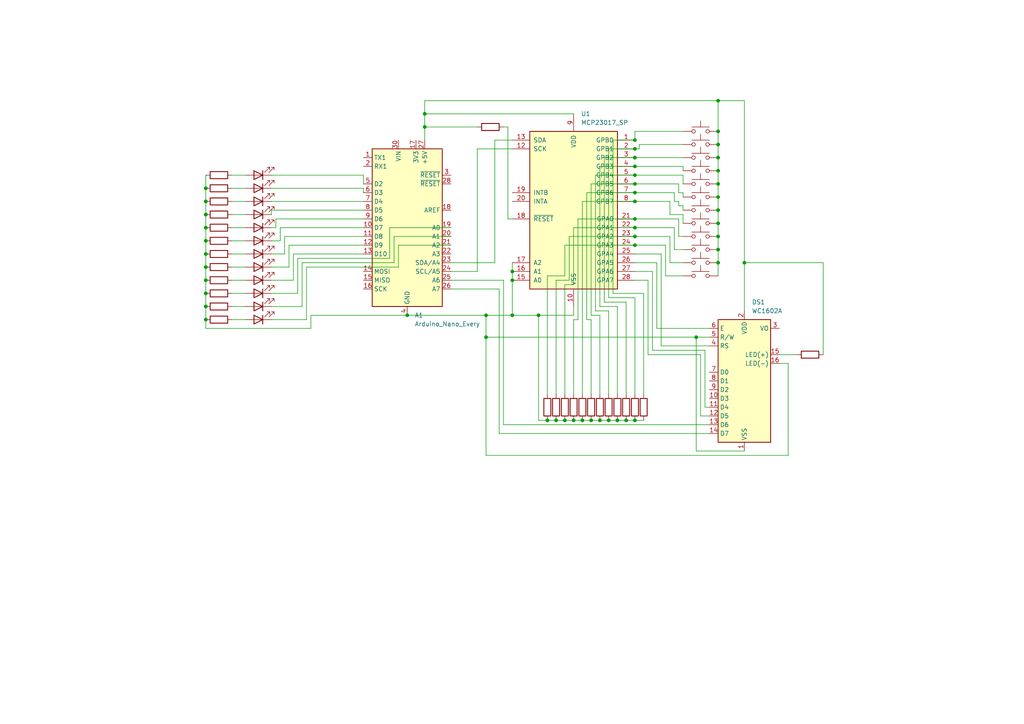
<source format=kicad_sch>
(kicad_sch
	(version 20250114)
	(generator "eeschema")
	(generator_version "9.0")
	(uuid "80af1a3a-a569-4d4a-bcdc-87fe7977a6cd")
	(paper "A4")
	(lib_symbols
		(symbol "Device:LED"
			(pin_numbers
				(hide yes)
			)
			(pin_names
				(offset 1.016)
				(hide yes)
			)
			(exclude_from_sim no)
			(in_bom yes)
			(on_board yes)
			(property "Reference" "D"
				(at 0 2.54 0)
				(effects
					(font
						(size 1.27 1.27)
					)
				)
			)
			(property "Value" "LED"
				(at 0 -2.54 0)
				(effects
					(font
						(size 1.27 1.27)
					)
				)
			)
			(property "Footprint" ""
				(at 0 0 0)
				(effects
					(font
						(size 1.27 1.27)
					)
					(hide yes)
				)
			)
			(property "Datasheet" "~"
				(at 0 0 0)
				(effects
					(font
						(size 1.27 1.27)
					)
					(hide yes)
				)
			)
			(property "Description" "Light emitting diode"
				(at 0 0 0)
				(effects
					(font
						(size 1.27 1.27)
					)
					(hide yes)
				)
			)
			(property "Sim.Pins" "1=K 2=A"
				(at 0 0 0)
				(effects
					(font
						(size 1.27 1.27)
					)
					(hide yes)
				)
			)
			(property "ki_keywords" "LED diode"
				(at 0 0 0)
				(effects
					(font
						(size 1.27 1.27)
					)
					(hide yes)
				)
			)
			(property "ki_fp_filters" "LED* LED_SMD:* LED_THT:*"
				(at 0 0 0)
				(effects
					(font
						(size 1.27 1.27)
					)
					(hide yes)
				)
			)
			(symbol "LED_0_1"
				(polyline
					(pts
						(xy -3.048 -0.762) (xy -4.572 -2.286) (xy -3.81 -2.286) (xy -4.572 -2.286) (xy -4.572 -1.524)
					)
					(stroke
						(width 0)
						(type default)
					)
					(fill
						(type none)
					)
				)
				(polyline
					(pts
						(xy -1.778 -0.762) (xy -3.302 -2.286) (xy -2.54 -2.286) (xy -3.302 -2.286) (xy -3.302 -1.524)
					)
					(stroke
						(width 0)
						(type default)
					)
					(fill
						(type none)
					)
				)
				(polyline
					(pts
						(xy -1.27 0) (xy 1.27 0)
					)
					(stroke
						(width 0)
						(type default)
					)
					(fill
						(type none)
					)
				)
				(polyline
					(pts
						(xy -1.27 -1.27) (xy -1.27 1.27)
					)
					(stroke
						(width 0.254)
						(type default)
					)
					(fill
						(type none)
					)
				)
				(polyline
					(pts
						(xy 1.27 -1.27) (xy 1.27 1.27) (xy -1.27 0) (xy 1.27 -1.27)
					)
					(stroke
						(width 0.254)
						(type default)
					)
					(fill
						(type none)
					)
				)
			)
			(symbol "LED_1_1"
				(pin passive line
					(at -3.81 0 0)
					(length 2.54)
					(name "K"
						(effects
							(font
								(size 1.27 1.27)
							)
						)
					)
					(number "1"
						(effects
							(font
								(size 1.27 1.27)
							)
						)
					)
				)
				(pin passive line
					(at 3.81 0 180)
					(length 2.54)
					(name "A"
						(effects
							(font
								(size 1.27 1.27)
							)
						)
					)
					(number "2"
						(effects
							(font
								(size 1.27 1.27)
							)
						)
					)
				)
			)
			(embedded_fonts no)
		)
		(symbol "Device:R"
			(pin_numbers
				(hide yes)
			)
			(pin_names
				(offset 0)
			)
			(exclude_from_sim no)
			(in_bom yes)
			(on_board yes)
			(property "Reference" "R"
				(at 2.032 0 90)
				(effects
					(font
						(size 1.27 1.27)
					)
				)
			)
			(property "Value" "R"
				(at 0 0 90)
				(effects
					(font
						(size 1.27 1.27)
					)
				)
			)
			(property "Footprint" ""
				(at -1.778 0 90)
				(effects
					(font
						(size 1.27 1.27)
					)
					(hide yes)
				)
			)
			(property "Datasheet" "~"
				(at 0 0 0)
				(effects
					(font
						(size 1.27 1.27)
					)
					(hide yes)
				)
			)
			(property "Description" "Resistor"
				(at 0 0 0)
				(effects
					(font
						(size 1.27 1.27)
					)
					(hide yes)
				)
			)
			(property "ki_keywords" "R res resistor"
				(at 0 0 0)
				(effects
					(font
						(size 1.27 1.27)
					)
					(hide yes)
				)
			)
			(property "ki_fp_filters" "R_*"
				(at 0 0 0)
				(effects
					(font
						(size 1.27 1.27)
					)
					(hide yes)
				)
			)
			(symbol "R_0_1"
				(rectangle
					(start -1.016 -2.54)
					(end 1.016 2.54)
					(stroke
						(width 0.254)
						(type default)
					)
					(fill
						(type none)
					)
				)
			)
			(symbol "R_1_1"
				(pin passive line
					(at 0 3.81 270)
					(length 1.27)
					(name "~"
						(effects
							(font
								(size 1.27 1.27)
							)
						)
					)
					(number "1"
						(effects
							(font
								(size 1.27 1.27)
							)
						)
					)
				)
				(pin passive line
					(at 0 -3.81 90)
					(length 1.27)
					(name "~"
						(effects
							(font
								(size 1.27 1.27)
							)
						)
					)
					(number "2"
						(effects
							(font
								(size 1.27 1.27)
							)
						)
					)
				)
			)
			(embedded_fonts no)
		)
		(symbol "Display_Character:WC1602A"
			(exclude_from_sim no)
			(in_bom yes)
			(on_board yes)
			(property "Reference" "DS"
				(at -5.842 19.05 0)
				(effects
					(font
						(size 1.27 1.27)
					)
				)
			)
			(property "Value" "WC1602A"
				(at 5.334 19.05 0)
				(effects
					(font
						(size 1.27 1.27)
					)
				)
			)
			(property "Footprint" "Display:WC1602A"
				(at 0 -22.86 0)
				(effects
					(font
						(size 1.27 1.27)
						(italic yes)
					)
					(hide yes)
				)
			)
			(property "Datasheet" "http://www.wincomlcd.com/pdf/WC1602A-SFYLYHTC06.pdf"
				(at 17.78 0 0)
				(effects
					(font
						(size 1.27 1.27)
					)
					(hide yes)
				)
			)
			(property "Description" "LCD 16x2 Alphanumeric , 8 bit parallel bus, 5V VDD"
				(at 0 0 0)
				(effects
					(font
						(size 1.27 1.27)
					)
					(hide yes)
				)
			)
			(property "ki_keywords" "display LCD dot-matrix"
				(at 0 0 0)
				(effects
					(font
						(size 1.27 1.27)
					)
					(hide yes)
				)
			)
			(property "ki_fp_filters" "*WC*1602A*"
				(at 0 0 0)
				(effects
					(font
						(size 1.27 1.27)
					)
					(hide yes)
				)
			)
			(symbol "WC1602A_1_1"
				(rectangle
					(start -7.62 17.78)
					(end 7.62 -17.78)
					(stroke
						(width 0.254)
						(type default)
					)
					(fill
						(type background)
					)
				)
				(pin input line
					(at -10.16 15.24 0)
					(length 2.54)
					(name "E"
						(effects
							(font
								(size 1.27 1.27)
							)
						)
					)
					(number "6"
						(effects
							(font
								(size 1.27 1.27)
							)
						)
					)
				)
				(pin input line
					(at -10.16 12.7 0)
					(length 2.54)
					(name "R/W"
						(effects
							(font
								(size 1.27 1.27)
							)
						)
					)
					(number "5"
						(effects
							(font
								(size 1.27 1.27)
							)
						)
					)
				)
				(pin input line
					(at -10.16 10.16 0)
					(length 2.54)
					(name "RS"
						(effects
							(font
								(size 1.27 1.27)
							)
						)
					)
					(number "4"
						(effects
							(font
								(size 1.27 1.27)
							)
						)
					)
				)
				(pin input line
					(at -10.16 2.54 0)
					(length 2.54)
					(name "D0"
						(effects
							(font
								(size 1.27 1.27)
							)
						)
					)
					(number "7"
						(effects
							(font
								(size 1.27 1.27)
							)
						)
					)
				)
				(pin input line
					(at -10.16 0 0)
					(length 2.54)
					(name "D1"
						(effects
							(font
								(size 1.27 1.27)
							)
						)
					)
					(number "8"
						(effects
							(font
								(size 1.27 1.27)
							)
						)
					)
				)
				(pin input line
					(at -10.16 -2.54 0)
					(length 2.54)
					(name "D2"
						(effects
							(font
								(size 1.27 1.27)
							)
						)
					)
					(number "9"
						(effects
							(font
								(size 1.27 1.27)
							)
						)
					)
				)
				(pin input line
					(at -10.16 -5.08 0)
					(length 2.54)
					(name "D3"
						(effects
							(font
								(size 1.27 1.27)
							)
						)
					)
					(number "10"
						(effects
							(font
								(size 1.27 1.27)
							)
						)
					)
				)
				(pin input line
					(at -10.16 -7.62 0)
					(length 2.54)
					(name "D4"
						(effects
							(font
								(size 1.27 1.27)
							)
						)
					)
					(number "11"
						(effects
							(font
								(size 1.27 1.27)
							)
						)
					)
				)
				(pin input line
					(at -10.16 -10.16 0)
					(length 2.54)
					(name "D5"
						(effects
							(font
								(size 1.27 1.27)
							)
						)
					)
					(number "12"
						(effects
							(font
								(size 1.27 1.27)
							)
						)
					)
				)
				(pin input line
					(at -10.16 -12.7 0)
					(length 2.54)
					(name "D6"
						(effects
							(font
								(size 1.27 1.27)
							)
						)
					)
					(number "13"
						(effects
							(font
								(size 1.27 1.27)
							)
						)
					)
				)
				(pin input line
					(at -10.16 -15.24 0)
					(length 2.54)
					(name "D7"
						(effects
							(font
								(size 1.27 1.27)
							)
						)
					)
					(number "14"
						(effects
							(font
								(size 1.27 1.27)
							)
						)
					)
				)
				(pin power_in line
					(at 0 20.32 270)
					(length 2.54)
					(name "VDD"
						(effects
							(font
								(size 1.27 1.27)
							)
						)
					)
					(number "2"
						(effects
							(font
								(size 1.27 1.27)
							)
						)
					)
				)
				(pin power_in line
					(at 0 -20.32 90)
					(length 2.54)
					(name "VSS"
						(effects
							(font
								(size 1.27 1.27)
							)
						)
					)
					(number "1"
						(effects
							(font
								(size 1.27 1.27)
							)
						)
					)
				)
				(pin input line
					(at 10.16 15.24 180)
					(length 2.54)
					(name "VO"
						(effects
							(font
								(size 1.27 1.27)
							)
						)
					)
					(number "3"
						(effects
							(font
								(size 1.27 1.27)
							)
						)
					)
				)
				(pin power_in line
					(at 10.16 7.62 180)
					(length 2.54)
					(name "LED(+)"
						(effects
							(font
								(size 1.27 1.27)
							)
						)
					)
					(number "15"
						(effects
							(font
								(size 1.27 1.27)
							)
						)
					)
				)
				(pin power_in line
					(at 10.16 5.08 180)
					(length 2.54)
					(name "LED(-)"
						(effects
							(font
								(size 1.27 1.27)
							)
						)
					)
					(number "16"
						(effects
							(font
								(size 1.27 1.27)
							)
						)
					)
				)
			)
			(embedded_fonts no)
		)
		(symbol "Interface_Expansion:MCP23017_SP"
			(pin_names
				(offset 1.016)
			)
			(exclude_from_sim no)
			(in_bom yes)
			(on_board yes)
			(property "Reference" "U"
				(at -11.43 24.13 0)
				(effects
					(font
						(size 1.27 1.27)
					)
				)
			)
			(property "Value" "MCP23017_SP"
				(at 0 0 0)
				(effects
					(font
						(size 1.27 1.27)
					)
				)
			)
			(property "Footprint" "Package_DIP:DIP-28_W7.62mm"
				(at 5.08 -25.4 0)
				(effects
					(font
						(size 1.27 1.27)
					)
					(justify left)
					(hide yes)
				)
			)
			(property "Datasheet" "https://ww1.microchip.com/downloads/aemDocuments/documents/APID/ProductDocuments/DataSheets/MCP23017-Data-Sheet-DS20001952.pdf"
				(at 5.08 -27.94 0)
				(effects
					(font
						(size 1.27 1.27)
					)
					(justify left)
					(hide yes)
				)
			)
			(property "Description" "16-bit I/O expander, I2C, interrupts, w pull-ups, SPDIP-28"
				(at 0 0 0)
				(effects
					(font
						(size 1.27 1.27)
					)
					(hide yes)
				)
			)
			(property "ki_keywords" "I2C parallel port expander"
				(at 0 0 0)
				(effects
					(font
						(size 1.27 1.27)
					)
					(hide yes)
				)
			)
			(property "ki_fp_filters" "DIP*W7.62mm*"
				(at 0 0 0)
				(effects
					(font
						(size 1.27 1.27)
					)
					(hide yes)
				)
			)
			(symbol "MCP23017_SP_0_1"
				(rectangle
					(start -12.7 22.86)
					(end 12.7 -22.86)
					(stroke
						(width 0.254)
						(type default)
					)
					(fill
						(type background)
					)
				)
			)
			(symbol "MCP23017_SP_1_1"
				(pin bidirectional line
					(at -17.78 20.32 0)
					(length 5.08)
					(name "SDA"
						(effects
							(font
								(size 1.27 1.27)
							)
						)
					)
					(number "13"
						(effects
							(font
								(size 1.27 1.27)
							)
						)
					)
				)
				(pin input line
					(at -17.78 17.78 0)
					(length 5.08)
					(name "SCK"
						(effects
							(font
								(size 1.27 1.27)
							)
						)
					)
					(number "12"
						(effects
							(font
								(size 1.27 1.27)
							)
						)
					)
				)
				(pin tri_state line
					(at -17.78 5.08 0)
					(length 5.08)
					(name "INTB"
						(effects
							(font
								(size 1.27 1.27)
							)
						)
					)
					(number "19"
						(effects
							(font
								(size 1.27 1.27)
							)
						)
					)
				)
				(pin tri_state line
					(at -17.78 2.54 0)
					(length 5.08)
					(name "INTA"
						(effects
							(font
								(size 1.27 1.27)
							)
						)
					)
					(number "20"
						(effects
							(font
								(size 1.27 1.27)
							)
						)
					)
				)
				(pin input line
					(at -17.78 -2.54 0)
					(length 5.08)
					(name "~{RESET}"
						(effects
							(font
								(size 1.27 1.27)
							)
						)
					)
					(number "18"
						(effects
							(font
								(size 1.27 1.27)
							)
						)
					)
				)
				(pin input line
					(at -17.78 -15.24 0)
					(length 5.08)
					(name "A2"
						(effects
							(font
								(size 1.27 1.27)
							)
						)
					)
					(number "17"
						(effects
							(font
								(size 1.27 1.27)
							)
						)
					)
				)
				(pin input line
					(at -17.78 -17.78 0)
					(length 5.08)
					(name "A1"
						(effects
							(font
								(size 1.27 1.27)
							)
						)
					)
					(number "16"
						(effects
							(font
								(size 1.27 1.27)
							)
						)
					)
				)
				(pin input line
					(at -17.78 -20.32 0)
					(length 5.08)
					(name "A0"
						(effects
							(font
								(size 1.27 1.27)
							)
						)
					)
					(number "15"
						(effects
							(font
								(size 1.27 1.27)
							)
						)
					)
				)
				(pin no_connect line
					(at -12.7 15.24 0)
					(length 5.08)
					(hide yes)
					(name "NC"
						(effects
							(font
								(size 1.27 1.27)
							)
						)
					)
					(number "11"
						(effects
							(font
								(size 1.27 1.27)
							)
						)
					)
				)
				(pin no_connect line
					(at -12.7 12.7 0)
					(length 5.08)
					(hide yes)
					(name "NC"
						(effects
							(font
								(size 1.27 1.27)
							)
						)
					)
					(number "14"
						(effects
							(font
								(size 1.27 1.27)
							)
						)
					)
				)
				(pin power_in line
					(at 0 27.94 270)
					(length 5.08)
					(name "VDD"
						(effects
							(font
								(size 1.27 1.27)
							)
						)
					)
					(number "9"
						(effects
							(font
								(size 1.27 1.27)
							)
						)
					)
				)
				(pin power_in line
					(at 0 -27.94 90)
					(length 5.08)
					(name "VSS"
						(effects
							(font
								(size 1.27 1.27)
							)
						)
					)
					(number "10"
						(effects
							(font
								(size 1.27 1.27)
							)
						)
					)
				)
				(pin bidirectional line
					(at 17.78 20.32 180)
					(length 5.08)
					(name "GPB0"
						(effects
							(font
								(size 1.27 1.27)
							)
						)
					)
					(number "1"
						(effects
							(font
								(size 1.27 1.27)
							)
						)
					)
				)
				(pin bidirectional line
					(at 17.78 17.78 180)
					(length 5.08)
					(name "GPB1"
						(effects
							(font
								(size 1.27 1.27)
							)
						)
					)
					(number "2"
						(effects
							(font
								(size 1.27 1.27)
							)
						)
					)
				)
				(pin bidirectional line
					(at 17.78 15.24 180)
					(length 5.08)
					(name "GPB2"
						(effects
							(font
								(size 1.27 1.27)
							)
						)
					)
					(number "3"
						(effects
							(font
								(size 1.27 1.27)
							)
						)
					)
				)
				(pin bidirectional line
					(at 17.78 12.7 180)
					(length 5.08)
					(name "GPB3"
						(effects
							(font
								(size 1.27 1.27)
							)
						)
					)
					(number "4"
						(effects
							(font
								(size 1.27 1.27)
							)
						)
					)
				)
				(pin bidirectional line
					(at 17.78 10.16 180)
					(length 5.08)
					(name "GPB4"
						(effects
							(font
								(size 1.27 1.27)
							)
						)
					)
					(number "5"
						(effects
							(font
								(size 1.27 1.27)
							)
						)
					)
				)
				(pin bidirectional line
					(at 17.78 7.62 180)
					(length 5.08)
					(name "GPB5"
						(effects
							(font
								(size 1.27 1.27)
							)
						)
					)
					(number "6"
						(effects
							(font
								(size 1.27 1.27)
							)
						)
					)
				)
				(pin bidirectional line
					(at 17.78 5.08 180)
					(length 5.08)
					(name "GPB6"
						(effects
							(font
								(size 1.27 1.27)
							)
						)
					)
					(number "7"
						(effects
							(font
								(size 1.27 1.27)
							)
						)
					)
				)
				(pin output line
					(at 17.78 2.54 180)
					(length 5.08)
					(name "GPB7"
						(effects
							(font
								(size 1.27 1.27)
							)
						)
					)
					(number "8"
						(effects
							(font
								(size 1.27 1.27)
							)
						)
					)
				)
				(pin bidirectional line
					(at 17.78 -2.54 180)
					(length 5.08)
					(name "GPA0"
						(effects
							(font
								(size 1.27 1.27)
							)
						)
					)
					(number "21"
						(effects
							(font
								(size 1.27 1.27)
							)
						)
					)
				)
				(pin bidirectional line
					(at 17.78 -5.08 180)
					(length 5.08)
					(name "GPA1"
						(effects
							(font
								(size 1.27 1.27)
							)
						)
					)
					(number "22"
						(effects
							(font
								(size 1.27 1.27)
							)
						)
					)
				)
				(pin bidirectional line
					(at 17.78 -7.62 180)
					(length 5.08)
					(name "GPA2"
						(effects
							(font
								(size 1.27 1.27)
							)
						)
					)
					(number "23"
						(effects
							(font
								(size 1.27 1.27)
							)
						)
					)
				)
				(pin bidirectional line
					(at 17.78 -10.16 180)
					(length 5.08)
					(name "GPA3"
						(effects
							(font
								(size 1.27 1.27)
							)
						)
					)
					(number "24"
						(effects
							(font
								(size 1.27 1.27)
							)
						)
					)
				)
				(pin bidirectional line
					(at 17.78 -12.7 180)
					(length 5.08)
					(name "GPA4"
						(effects
							(font
								(size 1.27 1.27)
							)
						)
					)
					(number "25"
						(effects
							(font
								(size 1.27 1.27)
							)
						)
					)
				)
				(pin bidirectional line
					(at 17.78 -15.24 180)
					(length 5.08)
					(name "GPA5"
						(effects
							(font
								(size 1.27 1.27)
							)
						)
					)
					(number "26"
						(effects
							(font
								(size 1.27 1.27)
							)
						)
					)
				)
				(pin bidirectional line
					(at 17.78 -17.78 180)
					(length 5.08)
					(name "GPA6"
						(effects
							(font
								(size 1.27 1.27)
							)
						)
					)
					(number "27"
						(effects
							(font
								(size 1.27 1.27)
							)
						)
					)
				)
				(pin output line
					(at 17.78 -20.32 180)
					(length 5.08)
					(name "GPA7"
						(effects
							(font
								(size 1.27 1.27)
							)
						)
					)
					(number "28"
						(effects
							(font
								(size 1.27 1.27)
							)
						)
					)
				)
			)
			(embedded_fonts no)
		)
		(symbol "MCU_Module:Arduino_Nano_Every"
			(exclude_from_sim no)
			(in_bom yes)
			(on_board yes)
			(property "Reference" "A"
				(at -10.16 23.495 0)
				(effects
					(font
						(size 1.27 1.27)
					)
					(justify left bottom)
				)
			)
			(property "Value" "Arduino_Nano_Every"
				(at 5.08 -24.13 0)
				(effects
					(font
						(size 1.27 1.27)
					)
					(justify left top)
				)
			)
			(property "Footprint" "Module:Arduino_Nano"
				(at 0 0 0)
				(effects
					(font
						(size 1.27 1.27)
						(italic yes)
					)
					(hide yes)
				)
			)
			(property "Datasheet" "https://content.arduino.cc/assets/NANOEveryV3.0_sch.pdf"
				(at 0 0 0)
				(effects
					(font
						(size 1.27 1.27)
					)
					(hide yes)
				)
			)
			(property "Description" "Arduino Nano Every"
				(at 0 0 0)
				(effects
					(font
						(size 1.27 1.27)
					)
					(hide yes)
				)
			)
			(property "ki_keywords" "Arduino nano microcontroller module USB UPDI AATMega4809 AVR"
				(at 0 0 0)
				(effects
					(font
						(size 1.27 1.27)
					)
					(hide yes)
				)
			)
			(property "ki_fp_filters" "Arduino*Nano*"
				(at 0 0 0)
				(effects
					(font
						(size 1.27 1.27)
					)
					(hide yes)
				)
			)
			(symbol "Arduino_Nano_Every_0_1"
				(rectangle
					(start -10.16 22.86)
					(end 10.16 -22.86)
					(stroke
						(width 0.254)
						(type default)
					)
					(fill
						(type background)
					)
				)
			)
			(symbol "Arduino_Nano_Every_1_1"
				(pin bidirectional line
					(at -12.7 20.32 0)
					(length 2.54)
					(name "TX1"
						(effects
							(font
								(size 1.27 1.27)
							)
						)
					)
					(number "1"
						(effects
							(font
								(size 1.27 1.27)
							)
						)
					)
				)
				(pin bidirectional line
					(at -12.7 17.78 0)
					(length 2.54)
					(name "RX1"
						(effects
							(font
								(size 1.27 1.27)
							)
						)
					)
					(number "2"
						(effects
							(font
								(size 1.27 1.27)
							)
						)
					)
				)
				(pin bidirectional line
					(at -12.7 12.7 0)
					(length 2.54)
					(name "D2"
						(effects
							(font
								(size 1.27 1.27)
							)
						)
					)
					(number "5"
						(effects
							(font
								(size 1.27 1.27)
							)
						)
					)
				)
				(pin bidirectional line
					(at -12.7 10.16 0)
					(length 2.54)
					(name "D3"
						(effects
							(font
								(size 1.27 1.27)
							)
						)
					)
					(number "6"
						(effects
							(font
								(size 1.27 1.27)
							)
						)
					)
				)
				(pin bidirectional line
					(at -12.7 7.62 0)
					(length 2.54)
					(name "D4"
						(effects
							(font
								(size 1.27 1.27)
							)
						)
					)
					(number "7"
						(effects
							(font
								(size 1.27 1.27)
							)
						)
					)
				)
				(pin bidirectional line
					(at -12.7 5.08 0)
					(length 2.54)
					(name "D5"
						(effects
							(font
								(size 1.27 1.27)
							)
						)
					)
					(number "8"
						(effects
							(font
								(size 1.27 1.27)
							)
						)
					)
				)
				(pin bidirectional line
					(at -12.7 2.54 0)
					(length 2.54)
					(name "D6"
						(effects
							(font
								(size 1.27 1.27)
							)
						)
					)
					(number "9"
						(effects
							(font
								(size 1.27 1.27)
							)
						)
					)
				)
				(pin bidirectional line
					(at -12.7 0 0)
					(length 2.54)
					(name "D7"
						(effects
							(font
								(size 1.27 1.27)
							)
						)
					)
					(number "10"
						(effects
							(font
								(size 1.27 1.27)
							)
						)
					)
				)
				(pin bidirectional line
					(at -12.7 -2.54 0)
					(length 2.54)
					(name "D8"
						(effects
							(font
								(size 1.27 1.27)
							)
						)
					)
					(number "11"
						(effects
							(font
								(size 1.27 1.27)
							)
						)
					)
				)
				(pin bidirectional line
					(at -12.7 -5.08 0)
					(length 2.54)
					(name "D9"
						(effects
							(font
								(size 1.27 1.27)
							)
						)
					)
					(number "12"
						(effects
							(font
								(size 1.27 1.27)
							)
						)
					)
				)
				(pin bidirectional line
					(at -12.7 -7.62 0)
					(length 2.54)
					(name "D10"
						(effects
							(font
								(size 1.27 1.27)
							)
						)
					)
					(number "13"
						(effects
							(font
								(size 1.27 1.27)
							)
						)
					)
				)
				(pin bidirectional line
					(at -12.7 -12.7 0)
					(length 2.54)
					(name "MOSI"
						(effects
							(font
								(size 1.27 1.27)
							)
						)
					)
					(number "14"
						(effects
							(font
								(size 1.27 1.27)
							)
						)
					)
				)
				(pin bidirectional line
					(at -12.7 -15.24 0)
					(length 2.54)
					(name "MISO"
						(effects
							(font
								(size 1.27 1.27)
							)
						)
					)
					(number "15"
						(effects
							(font
								(size 1.27 1.27)
							)
						)
					)
				)
				(pin bidirectional line
					(at -12.7 -17.78 0)
					(length 2.54)
					(name "SCK"
						(effects
							(font
								(size 1.27 1.27)
							)
						)
					)
					(number "16"
						(effects
							(font
								(size 1.27 1.27)
							)
						)
					)
				)
				(pin power_in line
					(at -2.54 25.4 270)
					(length 2.54)
					(name "VIN"
						(effects
							(font
								(size 1.27 1.27)
							)
						)
					)
					(number "30"
						(effects
							(font
								(size 1.27 1.27)
							)
						)
					)
				)
				(pin passive line
					(at 0 -25.4 90)
					(length 2.54)
					(hide yes)
					(name "GND"
						(effects
							(font
								(size 1.27 1.27)
							)
						)
					)
					(number "29"
						(effects
							(font
								(size 1.27 1.27)
							)
						)
					)
				)
				(pin power_in line
					(at 0 -25.4 90)
					(length 2.54)
					(name "GND"
						(effects
							(font
								(size 1.27 1.27)
							)
						)
					)
					(number "4"
						(effects
							(font
								(size 1.27 1.27)
							)
						)
					)
				)
				(pin power_out line
					(at 2.54 25.4 270)
					(length 2.54)
					(name "3V3"
						(effects
							(font
								(size 1.27 1.27)
							)
						)
					)
					(number "17"
						(effects
							(font
								(size 1.27 1.27)
							)
						)
					)
				)
				(pin power_out line
					(at 5.08 25.4 270)
					(length 2.54)
					(name "+5V"
						(effects
							(font
								(size 1.27 1.27)
							)
						)
					)
					(number "27"
						(effects
							(font
								(size 1.27 1.27)
							)
						)
					)
				)
				(pin input line
					(at 12.7 15.24 180)
					(length 2.54)
					(name "~{RESET}"
						(effects
							(font
								(size 1.27 1.27)
							)
						)
					)
					(number "3"
						(effects
							(font
								(size 1.27 1.27)
							)
						)
					)
				)
				(pin input line
					(at 12.7 12.7 180)
					(length 2.54)
					(name "~{RESET}"
						(effects
							(font
								(size 1.27 1.27)
							)
						)
					)
					(number "28"
						(effects
							(font
								(size 1.27 1.27)
							)
						)
					)
				)
				(pin input line
					(at 12.7 5.08 180)
					(length 2.54)
					(name "AREF"
						(effects
							(font
								(size 1.27 1.27)
							)
						)
					)
					(number "18"
						(effects
							(font
								(size 1.27 1.27)
							)
						)
					)
				)
				(pin bidirectional line
					(at 12.7 0 180)
					(length 2.54)
					(name "A0"
						(effects
							(font
								(size 1.27 1.27)
							)
						)
					)
					(number "19"
						(effects
							(font
								(size 1.27 1.27)
							)
						)
					)
				)
				(pin bidirectional line
					(at 12.7 -2.54 180)
					(length 2.54)
					(name "A1"
						(effects
							(font
								(size 1.27 1.27)
							)
						)
					)
					(number "20"
						(effects
							(font
								(size 1.27 1.27)
							)
						)
					)
				)
				(pin bidirectional line
					(at 12.7 -5.08 180)
					(length 2.54)
					(name "A2"
						(effects
							(font
								(size 1.27 1.27)
							)
						)
					)
					(number "21"
						(effects
							(font
								(size 1.27 1.27)
							)
						)
					)
				)
				(pin bidirectional line
					(at 12.7 -7.62 180)
					(length 2.54)
					(name "A3"
						(effects
							(font
								(size 1.27 1.27)
							)
						)
					)
					(number "22"
						(effects
							(font
								(size 1.27 1.27)
							)
						)
					)
				)
				(pin bidirectional line
					(at 12.7 -10.16 180)
					(length 2.54)
					(name "SDA/A4"
						(effects
							(font
								(size 1.27 1.27)
							)
						)
					)
					(number "23"
						(effects
							(font
								(size 1.27 1.27)
							)
						)
					)
				)
				(pin bidirectional line
					(at 12.7 -12.7 180)
					(length 2.54)
					(name "SCL/A5"
						(effects
							(font
								(size 1.27 1.27)
							)
						)
					)
					(number "24"
						(effects
							(font
								(size 1.27 1.27)
							)
						)
					)
				)
				(pin bidirectional line
					(at 12.7 -15.24 180)
					(length 2.54)
					(name "A6"
						(effects
							(font
								(size 1.27 1.27)
							)
						)
					)
					(number "25"
						(effects
							(font
								(size 1.27 1.27)
							)
						)
					)
				)
				(pin bidirectional line
					(at 12.7 -17.78 180)
					(length 2.54)
					(name "A7"
						(effects
							(font
								(size 1.27 1.27)
							)
						)
					)
					(number "26"
						(effects
							(font
								(size 1.27 1.27)
							)
						)
					)
				)
			)
			(embedded_fonts no)
		)
		(symbol "Switch:SW_Push"
			(pin_numbers
				(hide yes)
			)
			(pin_names
				(offset 1.016)
				(hide yes)
			)
			(exclude_from_sim no)
			(in_bom yes)
			(on_board yes)
			(property "Reference" "SW"
				(at 1.27 2.54 0)
				(effects
					(font
						(size 1.27 1.27)
					)
					(justify left)
				)
			)
			(property "Value" "SW_Push"
				(at 0 -1.524 0)
				(effects
					(font
						(size 1.27 1.27)
					)
				)
			)
			(property "Footprint" ""
				(at 0 5.08 0)
				(effects
					(font
						(size 1.27 1.27)
					)
					(hide yes)
				)
			)
			(property "Datasheet" "~"
				(at 0 5.08 0)
				(effects
					(font
						(size 1.27 1.27)
					)
					(hide yes)
				)
			)
			(property "Description" "Push button switch, generic, two pins"
				(at 0 0 0)
				(effects
					(font
						(size 1.27 1.27)
					)
					(hide yes)
				)
			)
			(property "ki_keywords" "switch normally-open pushbutton push-button"
				(at 0 0 0)
				(effects
					(font
						(size 1.27 1.27)
					)
					(hide yes)
				)
			)
			(symbol "SW_Push_0_1"
				(circle
					(center -2.032 0)
					(radius 0.508)
					(stroke
						(width 0)
						(type default)
					)
					(fill
						(type none)
					)
				)
				(polyline
					(pts
						(xy 0 1.27) (xy 0 3.048)
					)
					(stroke
						(width 0)
						(type default)
					)
					(fill
						(type none)
					)
				)
				(circle
					(center 2.032 0)
					(radius 0.508)
					(stroke
						(width 0)
						(type default)
					)
					(fill
						(type none)
					)
				)
				(polyline
					(pts
						(xy 2.54 1.27) (xy -2.54 1.27)
					)
					(stroke
						(width 0)
						(type default)
					)
					(fill
						(type none)
					)
				)
				(pin passive line
					(at -5.08 0 0)
					(length 2.54)
					(name "1"
						(effects
							(font
								(size 1.27 1.27)
							)
						)
					)
					(number "1"
						(effects
							(font
								(size 1.27 1.27)
							)
						)
					)
				)
				(pin passive line
					(at 5.08 0 180)
					(length 2.54)
					(name "2"
						(effects
							(font
								(size 1.27 1.27)
							)
						)
					)
					(number "2"
						(effects
							(font
								(size 1.27 1.27)
							)
						)
					)
				)
			)
			(embedded_fonts no)
		)
	)
	(junction
		(at 59.69 62.23)
		(diameter 0)
		(color 0 0 0 0)
		(uuid "0216580f-2572-407b-b6af-18f8cc9fdaaf")
	)
	(junction
		(at 59.69 77.47)
		(diameter 0)
		(color 0 0 0 0)
		(uuid "030e28cf-c1c8-4ccf-8dc7-5e2f9f67518c")
	)
	(junction
		(at 123.19 36.83)
		(diameter 0)
		(color 0 0 0 0)
		(uuid "09974650-390c-44ab-92ab-db239b1a06c5")
	)
	(junction
		(at 184.15 43.18)
		(diameter 0)
		(color 0 0 0 0)
		(uuid "0a7352ec-d520-49d2-9f35-8066f62f5932")
	)
	(junction
		(at 156.21 91.44)
		(diameter 0)
		(color 0 0 0 0)
		(uuid "0eead718-4b29-485e-9beb-6f3e9f2a77b2")
	)
	(junction
		(at 208.28 64.77)
		(diameter 0)
		(color 0 0 0 0)
		(uuid "0fc6bf60-72ac-41fb-b97d-fd5b8a1633a3")
	)
	(junction
		(at 179.07 121.92)
		(diameter 0)
		(color 0 0 0 0)
		(uuid "1a879d71-1068-46f1-9f31-e84cbc756036")
	)
	(junction
		(at 208.28 29.21)
		(diameter 0)
		(color 0 0 0 0)
		(uuid "20a39d76-ad6c-48ba-80be-6075e66fdac9")
	)
	(junction
		(at 59.69 58.42)
		(diameter 0)
		(color 0 0 0 0)
		(uuid "2131d883-f290-4e98-b88c-b6129047c971")
	)
	(junction
		(at 148.59 91.44)
		(diameter 0)
		(color 0 0 0 0)
		(uuid "2134c278-dbe1-4aad-af3e-cf1e411cf166")
	)
	(junction
		(at 123.19 33.02)
		(diameter 0)
		(color 0 0 0 0)
		(uuid "2eae16d2-c4bb-4ed8-b312-50e089903974")
	)
	(junction
		(at 148.59 81.28)
		(diameter 0)
		(color 0 0 0 0)
		(uuid "344a658a-5923-4a82-90ad-903212eccc06")
	)
	(junction
		(at 208.28 49.53)
		(diameter 0)
		(color 0 0 0 0)
		(uuid "34b50f6c-e756-4892-913e-691da78c2e8a")
	)
	(junction
		(at 59.69 66.04)
		(diameter 0)
		(color 0 0 0 0)
		(uuid "35ff93e4-4b43-45aa-b1dd-1f456aa988a5")
	)
	(junction
		(at 59.69 85.09)
		(diameter 0)
		(color 0 0 0 0)
		(uuid "392b7f6d-5435-4c7e-a004-3e51d2e86b65")
	)
	(junction
		(at 208.28 76.2)
		(diameter 0)
		(color 0 0 0 0)
		(uuid "3a6948a4-a86f-44d9-bfa8-d6c30046e553")
	)
	(junction
		(at 59.69 88.9)
		(diameter 0)
		(color 0 0 0 0)
		(uuid "3a77d846-a613-458a-b2f8-561c59b0c1d7")
	)
	(junction
		(at 201.93 97.79)
		(diameter 0)
		(color 0 0 0 0)
		(uuid "3d159f2f-14b7-4211-bcb0-b7783bc80558")
	)
	(junction
		(at 148.59 78.74)
		(diameter 0)
		(color 0 0 0 0)
		(uuid "404d243b-3acd-4a56-b09c-192c7beab07f")
	)
	(junction
		(at 168.91 121.92)
		(diameter 0)
		(color 0 0 0 0)
		(uuid "44f13b0c-96dd-443e-9e3a-f93afe2e2986")
	)
	(junction
		(at 163.83 121.92)
		(diameter 0)
		(color 0 0 0 0)
		(uuid "515a5d4b-468f-4c74-a3a7-47f331adb4dd")
	)
	(junction
		(at 181.61 121.92)
		(diameter 0)
		(color 0 0 0 0)
		(uuid "522abb06-bc44-4fb2-85c2-05d9909d348f")
	)
	(junction
		(at 208.28 68.58)
		(diameter 0)
		(color 0 0 0 0)
		(uuid "5b39943a-6fcd-47a7-b49c-70c2cbf0d838")
	)
	(junction
		(at 208.28 53.34)
		(diameter 0)
		(color 0 0 0 0)
		(uuid "5f7e3225-7557-490f-862b-20981300ac37")
	)
	(junction
		(at 184.15 53.34)
		(diameter 0)
		(color 0 0 0 0)
		(uuid "6629b12f-5bad-4033-aff2-67f80ab434f0")
	)
	(junction
		(at 161.29 121.92)
		(diameter 0)
		(color 0 0 0 0)
		(uuid "667dd355-f02c-4b11-b901-58c92f596740")
	)
	(junction
		(at 118.11 91.44)
		(diameter 0)
		(color 0 0 0 0)
		(uuid "678bf24a-7c38-46a4-8f22-58aa87912520")
	)
	(junction
		(at 208.28 57.15)
		(diameter 0)
		(color 0 0 0 0)
		(uuid "6c802092-fcfd-45b9-842f-07077de13fac")
	)
	(junction
		(at 208.28 72.39)
		(diameter 0)
		(color 0 0 0 0)
		(uuid "728f947b-1595-4a37-9930-bbb3085da308")
	)
	(junction
		(at 184.15 66.04)
		(diameter 0)
		(color 0 0 0 0)
		(uuid "746c40a8-e800-48af-941b-a37733abc654")
	)
	(junction
		(at 59.69 73.66)
		(diameter 0)
		(color 0 0 0 0)
		(uuid "74debc72-c60d-40c7-907c-8125229e6ccc")
	)
	(junction
		(at 140.97 91.44)
		(diameter 0)
		(color 0 0 0 0)
		(uuid "793c36ae-c537-44bf-9e70-91981f559850")
	)
	(junction
		(at 184.15 50.8)
		(diameter 0)
		(color 0 0 0 0)
		(uuid "7c34c18d-bb75-427b-9362-7781056e2367")
	)
	(junction
		(at 176.53 121.92)
		(diameter 0)
		(color 0 0 0 0)
		(uuid "84ba78aa-a7e7-430a-a508-045ef95a3e8c")
	)
	(junction
		(at 208.28 38.1)
		(diameter 0)
		(color 0 0 0 0)
		(uuid "859f9489-1930-44f8-8743-7bdfc6fc29ac")
	)
	(junction
		(at 184.15 63.5)
		(diameter 0)
		(color 0 0 0 0)
		(uuid "8d5dcacc-111f-48e0-ade5-f09e46be61cc")
	)
	(junction
		(at 158.75 121.92)
		(diameter 0)
		(color 0 0 0 0)
		(uuid "8d6bac6a-11f8-4a8e-a5d5-b19102d2382a")
	)
	(junction
		(at 59.69 54.61)
		(diameter 0)
		(color 0 0 0 0)
		(uuid "9611f17a-e6eb-49c2-a5bc-10bbdb8a8b71")
	)
	(junction
		(at 140.97 97.79)
		(diameter 0)
		(color 0 0 0 0)
		(uuid "a624c84d-f00f-479a-9d98-e42b613e7147")
	)
	(junction
		(at 208.28 60.96)
		(diameter 0)
		(color 0 0 0 0)
		(uuid "ab015017-4688-4538-8403-fdfa2032cb88")
	)
	(junction
		(at 184.15 68.58)
		(diameter 0)
		(color 0 0 0 0)
		(uuid "b14851bd-1b7d-4bda-84ae-e546885e293d")
	)
	(junction
		(at 184.15 40.64)
		(diameter 0)
		(color 0 0 0 0)
		(uuid "b287884f-187d-42a8-8401-7f0aa7c299cc")
	)
	(junction
		(at 59.69 81.28)
		(diameter 0)
		(color 0 0 0 0)
		(uuid "bb09e147-c139-4d68-b884-8ed555f35b53")
	)
	(junction
		(at 184.15 55.88)
		(diameter 0)
		(color 0 0 0 0)
		(uuid "c58519fb-6316-48a3-95b2-676cc6b748b1")
	)
	(junction
		(at 184.15 71.12)
		(diameter 0)
		(color 0 0 0 0)
		(uuid "c6041fec-e0d0-4820-90cd-09a4494fd393")
	)
	(junction
		(at 173.99 121.92)
		(diameter 0)
		(color 0 0 0 0)
		(uuid "cb2b54b8-c489-40f9-8e19-ed8c2c3b9990")
	)
	(junction
		(at 59.69 92.71)
		(diameter 0)
		(color 0 0 0 0)
		(uuid "cb551431-06ca-4fd1-8a84-4108fb20be10")
	)
	(junction
		(at 59.69 69.85)
		(diameter 0)
		(color 0 0 0 0)
		(uuid "ce167356-5d75-42b1-897f-1287b8e869a2")
	)
	(junction
		(at 215.9 76.2)
		(diameter 0)
		(color 0 0 0 0)
		(uuid "d24987a7-2c04-453b-9bd0-031e7592777d")
	)
	(junction
		(at 208.28 41.91)
		(diameter 0)
		(color 0 0 0 0)
		(uuid "d5c30a1e-7154-4bfa-9698-e638aaea91b2")
	)
	(junction
		(at 166.37 121.92)
		(diameter 0)
		(color 0 0 0 0)
		(uuid "db7cd325-aa58-4638-8752-6b01f4ef4ac4")
	)
	(junction
		(at 171.45 121.92)
		(diameter 0)
		(color 0 0 0 0)
		(uuid "ddad9502-d31f-4550-a801-20dc4a52e2e0")
	)
	(junction
		(at 208.28 45.72)
		(diameter 0)
		(color 0 0 0 0)
		(uuid "e47257ad-ed5f-4663-9968-db04c68256e7")
	)
	(junction
		(at 184.15 45.72)
		(diameter 0)
		(color 0 0 0 0)
		(uuid "e80a6b08-c80b-489a-91b3-adb22680da21")
	)
	(junction
		(at 184.15 58.42)
		(diameter 0)
		(color 0 0 0 0)
		(uuid "eae95103-8d83-489d-826a-5bf3a51c61e0")
	)
	(junction
		(at 184.15 121.92)
		(diameter 0)
		(color 0 0 0 0)
		(uuid "f515a7c3-3b90-481b-83b2-a0e24b1eb4df")
	)
	(junction
		(at 184.15 48.26)
		(diameter 0)
		(color 0 0 0 0)
		(uuid "f983e3f2-5c02-4cf7-a393-4e195370d8ca")
	)
	(wire
		(pts
			(xy 196.85 59.69) (xy 198.12 59.69)
		)
		(stroke
			(width 0)
			(type default)
		)
		(uuid "00557f93-aefc-4f63-b156-cf2e434b6737")
	)
	(wire
		(pts
			(xy 143.51 40.64) (xy 143.51 76.2)
		)
		(stroke
			(width 0)
			(type default)
		)
		(uuid "014ea75b-04cb-4a4e-a541-ff04111c475c")
	)
	(wire
		(pts
			(xy 71.12 85.09) (xy 67.31 85.09)
		)
		(stroke
			(width 0)
			(type default)
		)
		(uuid "037e06b0-7c27-41a5-9006-53de25796f68")
	)
	(wire
		(pts
			(xy 78.74 66.04) (xy 80.01 66.04)
		)
		(stroke
			(width 0)
			(type default)
		)
		(uuid "0420b03e-089b-4bbd-b663-14374c0efcca")
	)
	(wire
		(pts
			(xy 140.97 91.44) (xy 148.59 91.44)
		)
		(stroke
			(width 0)
			(type default)
		)
		(uuid "07a486a0-43f4-486b-aab8-85b375547707")
	)
	(wire
		(pts
			(xy 193.04 71.12) (xy 184.15 71.12)
		)
		(stroke
			(width 0)
			(type default)
		)
		(uuid "0977243b-880f-4cd0-8d17-2f6f12fd4d95")
	)
	(wire
		(pts
			(xy 203.2 120.65) (xy 203.2 102.87)
		)
		(stroke
			(width 0)
			(type default)
		)
		(uuid "0ac11786-f86f-48da-8bcf-79965102f602")
	)
	(wire
		(pts
			(xy 191.77 100.33) (xy 191.77 73.66)
		)
		(stroke
			(width 0)
			(type default)
		)
		(uuid "0b63e631-ea35-4d1d-9016-78222d8d8c69")
	)
	(wire
		(pts
			(xy 80.01 66.04) (xy 80.01 63.5)
		)
		(stroke
			(width 0)
			(type default)
		)
		(uuid "0be63128-59c3-487e-95bd-f3ec85c90269")
	)
	(wire
		(pts
			(xy 195.58 66.04) (xy 184.15 66.04)
		)
		(stroke
			(width 0)
			(type default)
		)
		(uuid "0d9a89c8-dcbf-43e6-bb44-d9b3fb75ca13")
	)
	(wire
		(pts
			(xy 194.31 62.23) (xy 198.12 62.23)
		)
		(stroke
			(width 0)
			(type default)
		)
		(uuid "0dcace70-2842-4dc1-9e42-81a67bf45488")
	)
	(wire
		(pts
			(xy 166.37 66.04) (xy 166.37 82.55)
		)
		(stroke
			(width 0)
			(type default)
		)
		(uuid "0e7a4db8-dfb9-41f4-8a41-6aef3aa9245d")
	)
	(wire
		(pts
			(xy 198.12 62.23) (xy 198.12 64.77)
		)
		(stroke
			(width 0)
			(type default)
		)
		(uuid "0ec3e455-f941-4f0a-9adb-e3f1995f7241")
	)
	(wire
		(pts
			(xy 148.59 81.28) (xy 148.59 91.44)
		)
		(stroke
			(width 0)
			(type default)
		)
		(uuid "11ca5dcb-b08e-443c-85f2-6737ad37b236")
	)
	(wire
		(pts
			(xy 215.9 130.81) (xy 201.93 130.81)
		)
		(stroke
			(width 0)
			(type default)
		)
		(uuid "11fd6a05-dd87-4d61-a330-58855ba9d845")
	)
	(wire
		(pts
			(xy 123.19 33.02) (xy 123.19 36.83)
		)
		(stroke
			(width 0)
			(type default)
		)
		(uuid "1407a6c1-a4c9-4647-854c-9c922f36c11f")
	)
	(wire
		(pts
			(xy 198.12 80.01) (xy 193.04 80.01)
		)
		(stroke
			(width 0)
			(type default)
		)
		(uuid "14770a8f-333f-4e16-b491-547a4eee5b16")
	)
	(wire
		(pts
			(xy 189.23 101.6) (xy 189.23 78.74)
		)
		(stroke
			(width 0)
			(type default)
		)
		(uuid "150fa433-d378-46b6-9823-880d35cc7bf7")
	)
	(wire
		(pts
			(xy 175.26 45.72) (xy 175.26 87.63)
		)
		(stroke
			(width 0)
			(type default)
		)
		(uuid "15cbffdc-c3af-4da0-a3af-9ec24101f5e1")
	)
	(wire
		(pts
			(xy 185.42 41.91) (xy 198.12 41.91)
		)
		(stroke
			(width 0)
			(type default)
		)
		(uuid "16b5fa69-0bb2-4e24-aadb-3ecd0df7603a")
	)
	(wire
		(pts
			(xy 195.58 55.88) (xy 195.58 58.42)
		)
		(stroke
			(width 0)
			(type default)
		)
		(uuid "1809d763-728d-4662-9300-9eea4e49fd58")
	)
	(wire
		(pts
			(xy 184.15 48.26) (xy 198.12 48.26)
		)
		(stroke
			(width 0)
			(type default)
		)
		(uuid "189e6efd-e865-40f8-83a9-90bf2b0bcb06")
	)
	(wire
		(pts
			(xy 196.85 55.88) (xy 198.12 55.88)
		)
		(stroke
			(width 0)
			(type default)
		)
		(uuid "1a080a54-5aaf-4133-8777-877abd574902")
	)
	(wire
		(pts
			(xy 86.36 74.93) (xy 113.03 74.93)
		)
		(stroke
			(width 0)
			(type default)
		)
		(uuid "1aa9d118-7518-47d6-b667-809b46cc2a77")
	)
	(wire
		(pts
			(xy 184.15 63.5) (xy 196.85 63.5)
		)
		(stroke
			(width 0)
			(type default)
		)
		(uuid "1bbb91c8-5fee-4c35-be7f-854b283d6deb")
	)
	(wire
		(pts
			(xy 166.37 121.92) (xy 168.91 121.92)
		)
		(stroke
			(width 0)
			(type default)
		)
		(uuid "1bcfc743-699d-46db-8f30-942e4abb2f95")
	)
	(wire
		(pts
			(xy 184.15 53.34) (xy 171.45 53.34)
		)
		(stroke
			(width 0)
			(type default)
		)
		(uuid "1c0311b8-3f47-428e-9622-209771d796fe")
	)
	(wire
		(pts
			(xy 71.12 77.47) (xy 67.31 77.47)
		)
		(stroke
			(width 0)
			(type default)
		)
		(uuid "1c58e7dc-c9f2-4819-95eb-258509a6ba56")
	)
	(wire
		(pts
			(xy 83.82 71.12) (xy 105.41 71.12)
		)
		(stroke
			(width 0)
			(type default)
		)
		(uuid "1c90a79c-7fd3-47ee-83f8-99a78b63e158")
	)
	(wire
		(pts
			(xy 198.12 48.26) (xy 198.12 49.53)
		)
		(stroke
			(width 0)
			(type default)
		)
		(uuid "1da154f6-c102-4fe8-abbc-bc58d2acd4e2")
	)
	(wire
		(pts
			(xy 166.37 88.9) (xy 166.37 91.44)
		)
		(stroke
			(width 0)
			(type default)
		)
		(uuid "1dbac84d-0b28-4c65-bb92-c9a528819233")
	)
	(wire
		(pts
			(xy 226.06 102.87) (xy 231.14 102.87)
		)
		(stroke
			(width 0)
			(type default)
		)
		(uuid "1f9459c9-3fb4-494c-bfc9-80ef5ff85880")
	)
	(wire
		(pts
			(xy 163.83 80.01) (xy 158.75 80.01)
		)
		(stroke
			(width 0)
			(type default)
		)
		(uuid "22716a90-ebe3-44da-bb97-e048f06457b3")
	)
	(wire
		(pts
			(xy 118.11 91.44) (xy 140.97 91.44)
		)
		(stroke
			(width 0)
			(type default)
		)
		(uuid "229f7ab5-a9e6-4a68-9695-4b5ebb0f9a41")
	)
	(wire
		(pts
			(xy 158.75 80.01) (xy 158.75 114.3)
		)
		(stroke
			(width 0)
			(type default)
		)
		(uuid "22c8fb7d-8b9f-4e6f-9f8b-670504d02c78")
	)
	(wire
		(pts
			(xy 172.72 90.17) (xy 176.53 90.17)
		)
		(stroke
			(width 0)
			(type default)
		)
		(uuid "22e91cd4-3725-4632-be1e-f3c3ab7c5c20")
	)
	(wire
		(pts
			(xy 173.99 88.9) (xy 179.07 88.9)
		)
		(stroke
			(width 0)
			(type default)
		)
		(uuid "22fb8888-69c6-4fdf-815f-3733b301dc26")
	)
	(wire
		(pts
			(xy 78.74 73.66) (xy 82.55 73.66)
		)
		(stroke
			(width 0)
			(type default)
		)
		(uuid "25cdcd9b-9e1f-4b8f-a87d-4377be71a95e")
	)
	(wire
		(pts
			(xy 148.59 43.18) (xy 138.43 43.18)
		)
		(stroke
			(width 0)
			(type default)
		)
		(uuid "264e4156-5a51-4909-92cf-a5cc740ab3ed")
	)
	(wire
		(pts
			(xy 184.15 38.1) (xy 198.12 38.1)
		)
		(stroke
			(width 0)
			(type default)
		)
		(uuid "277cb6a3-35cb-4a82-8f47-f50f5bc6f95f")
	)
	(wire
		(pts
			(xy 165.1 81.28) (xy 161.29 81.28)
		)
		(stroke
			(width 0)
			(type default)
		)
		(uuid "278422dd-1e5c-4071-b4a1-d891fd3b81da")
	)
	(wire
		(pts
			(xy 185.42 43.18) (xy 185.42 41.91)
		)
		(stroke
			(width 0)
			(type default)
		)
		(uuid "280eac27-9cb0-4632-a035-535e46ac3688")
	)
	(wire
		(pts
			(xy 59.69 81.28) (xy 59.69 77.47)
		)
		(stroke
			(width 0)
			(type default)
		)
		(uuid "282c9f70-b3d0-4051-894b-52db709bab7f")
	)
	(wire
		(pts
			(xy 71.12 58.42) (xy 67.31 58.42)
		)
		(stroke
			(width 0)
			(type default)
		)
		(uuid "2aca916a-1490-4298-9909-c495b2287336")
	)
	(wire
		(pts
			(xy 158.75 121.92) (xy 156.21 121.92)
		)
		(stroke
			(width 0)
			(type default)
		)
		(uuid "2bc0aba8-cfad-4664-ba06-bc8b7c4ff27f")
	)
	(wire
		(pts
			(xy 177.8 40.64) (xy 177.8 85.09)
		)
		(stroke
			(width 0)
			(type default)
		)
		(uuid "2ca8a62b-1e8b-45fc-ba2e-ed44065b51a2")
	)
	(wire
		(pts
			(xy 208.28 38.1) (xy 208.28 29.21)
		)
		(stroke
			(width 0)
			(type default)
		)
		(uuid "2d9aebef-8fdc-47dd-b466-1009c4f7190a")
	)
	(wire
		(pts
			(xy 156.21 121.92) (xy 156.21 91.44)
		)
		(stroke
			(width 0)
			(type default)
		)
		(uuid "2e2a5c52-288a-460a-8882-bcbc8984ea54")
	)
	(wire
		(pts
			(xy 184.15 68.58) (xy 165.1 68.58)
		)
		(stroke
			(width 0)
			(type default)
		)
		(uuid "2f4819eb-4a10-470b-b121-7e534c3ac2a7")
	)
	(wire
		(pts
			(xy 198.12 59.69) (xy 198.12 60.96)
		)
		(stroke
			(width 0)
			(type default)
		)
		(uuid "30131d92-0eca-4797-bf75-3e603aa152b6")
	)
	(wire
		(pts
			(xy 59.69 92.71) (xy 59.69 95.25)
		)
		(stroke
			(width 0)
			(type default)
		)
		(uuid "30fd0c11-161c-479f-bdeb-c109e239a013")
	)
	(wire
		(pts
			(xy 88.9 92.71) (xy 88.9 77.47)
		)
		(stroke
			(width 0)
			(type default)
		)
		(uuid "3239996b-6313-449f-baba-4df9425cea6e")
	)
	(wire
		(pts
			(xy 88.9 77.47) (xy 115.57 77.47)
		)
		(stroke
			(width 0)
			(type default)
		)
		(uuid "348d8778-d933-46c9-a377-f47b09dcedb8")
	)
	(wire
		(pts
			(xy 171.45 53.34) (xy 171.45 91.44)
		)
		(stroke
			(width 0)
			(type default)
		)
		(uuid "349df36b-567b-4a00-a2ac-0dab3bac574b")
	)
	(wire
		(pts
			(xy 59.69 69.85) (xy 59.69 66.04)
		)
		(stroke
			(width 0)
			(type default)
		)
		(uuid "355349fb-29d0-4da7-9b4d-eed4dd6e04cc")
	)
	(wire
		(pts
			(xy 238.76 102.87) (xy 238.76 76.2)
		)
		(stroke
			(width 0)
			(type default)
		)
		(uuid "358e1d8c-0626-49ef-b910-43ad160a6c42")
	)
	(wire
		(pts
			(xy 208.28 68.58) (xy 208.28 72.39)
		)
		(stroke
			(width 0)
			(type default)
		)
		(uuid "3751569c-deb7-46bf-988b-b99f256b82df")
	)
	(wire
		(pts
			(xy 71.12 62.23) (xy 67.31 62.23)
		)
		(stroke
			(width 0)
			(type default)
		)
		(uuid "37b9d726-86a7-44ea-ae18-bc60e9746eb2")
	)
	(wire
		(pts
			(xy 194.31 76.2) (xy 194.31 68.58)
		)
		(stroke
			(width 0)
			(type default)
		)
		(uuid "38592903-d093-4296-90c1-83acc196611d")
	)
	(wire
		(pts
			(xy 170.18 92.71) (xy 171.45 92.71)
		)
		(stroke
			(width 0)
			(type default)
		)
		(uuid "3a5b0a07-5e9e-438f-91ad-611dbf3b477b")
	)
	(wire
		(pts
			(xy 78.74 60.96) (xy 105.41 60.96)
		)
		(stroke
			(width 0)
			(type default)
		)
		(uuid "3c57e316-e8c5-4983-a854-1e4a2814ff12")
	)
	(wire
		(pts
			(xy 130.81 78.74) (xy 138.43 78.74)
		)
		(stroke
			(width 0)
			(type default)
		)
		(uuid "3ce54822-c393-433f-b909-d820fb7f1511")
	)
	(wire
		(pts
			(xy 81.28 69.85) (xy 81.28 66.04)
		)
		(stroke
			(width 0)
			(type default)
		)
		(uuid "3e2ef9c3-dfbc-4e44-bc2b-5ccef72ae2e5")
	)
	(wire
		(pts
			(xy 115.57 77.47) (xy 115.57 71.12)
		)
		(stroke
			(width 0)
			(type default)
		)
		(uuid "3e941595-ff9b-4d9e-9109-3b416c1d0456")
	)
	(wire
		(pts
			(xy 148.59 63.5) (xy 147.32 63.5)
		)
		(stroke
			(width 0)
			(type default)
		)
		(uuid "409578b5-9a28-428f-86cc-0eada4022384")
	)
	(wire
		(pts
			(xy 87.63 76.2) (xy 114.3 76.2)
		)
		(stroke
			(width 0)
			(type default)
		)
		(uuid "413eed07-4730-40ec-8f3c-f7a9eecd5a8d")
	)
	(wire
		(pts
			(xy 123.19 29.21) (xy 123.19 33.02)
		)
		(stroke
			(width 0)
			(type default)
		)
		(uuid "4187aa21-923b-42f3-ba27-91d8db8ffdd3")
	)
	(wire
		(pts
			(xy 148.59 40.64) (xy 143.51 40.64)
		)
		(stroke
			(width 0)
			(type default)
		)
		(uuid "46e234f6-a9c5-494f-8bab-1bd8ce986a29")
	)
	(wire
		(pts
			(xy 78.74 62.23) (xy 78.74 60.96)
		)
		(stroke
			(width 0)
			(type default)
		)
		(uuid "4a547d61-d16e-4c61-ab2e-83e027560173")
	)
	(wire
		(pts
			(xy 173.99 91.44) (xy 173.99 114.3)
		)
		(stroke
			(width 0)
			(type default)
		)
		(uuid "4adb3af8-7be0-41d5-b4ab-33a27ec06b6e")
	)
	(wire
		(pts
			(xy 215.9 90.17) (xy 215.9 76.2)
		)
		(stroke
			(width 0)
			(type default)
		)
		(uuid "4e3711dc-5815-465e-a373-c9d1e3eef951")
	)
	(wire
		(pts
			(xy 85.09 73.66) (xy 105.41 73.66)
		)
		(stroke
			(width 0)
			(type default)
		)
		(uuid "4fb3b808-a783-4df5-af2a-87fb797e5296")
	)
	(wire
		(pts
			(xy 168.91 121.92) (xy 171.45 121.92)
		)
		(stroke
			(width 0)
			(type default)
		)
		(uuid "500705c0-ab3f-461e-86a4-e8540706b1b2")
	)
	(wire
		(pts
			(xy 184.15 55.88) (xy 195.58 55.88)
		)
		(stroke
			(width 0)
			(type default)
		)
		(uuid "53f2c731-4529-4eb4-af0a-df3bbac2d75d")
	)
	(wire
		(pts
			(xy 138.43 36.83) (xy 123.19 36.83)
		)
		(stroke
			(width 0)
			(type default)
		)
		(uuid "555d0668-53d4-43bf-ad17-90e0e291557c")
	)
	(wire
		(pts
			(xy 113.03 66.04) (xy 130.81 66.04)
		)
		(stroke
			(width 0)
			(type default)
		)
		(uuid "55736849-f223-4994-a1c1-4ea2827baeee")
	)
	(wire
		(pts
			(xy 190.5 76.2) (xy 184.15 76.2)
		)
		(stroke
			(width 0)
			(type default)
		)
		(uuid "55bbf7a4-8ae4-464f-8a73-0c3a1dc45074")
	)
	(wire
		(pts
			(xy 184.15 63.5) (xy 167.64 63.5)
		)
		(stroke
			(width 0)
			(type default)
		)
		(uuid "55f6eafe-3596-4ada-83c1-9362f4b20547")
	)
	(wire
		(pts
			(xy 166.37 92.71) (xy 166.37 114.3)
		)
		(stroke
			(width 0)
			(type default)
		)
		(uuid "5731d65a-c23a-4604-9128-eb0bfbc4e4fe")
	)
	(wire
		(pts
			(xy 59.69 62.23) (xy 59.69 58.42)
		)
		(stroke
			(width 0)
			(type default)
		)
		(uuid "583e412c-4cb6-456c-815d-ac8f465626e4")
	)
	(wire
		(pts
			(xy 176.53 90.17) (xy 176.53 114.3)
		)
		(stroke
			(width 0)
			(type default)
		)
		(uuid "599e7a26-efcf-428e-8632-04f060b2120f")
	)
	(wire
		(pts
			(xy 82.55 68.58) (xy 105.41 68.58)
		)
		(stroke
			(width 0)
			(type default)
		)
		(uuid "5a783512-45f4-4f7d-8d23-514c1a450a4e")
	)
	(wire
		(pts
			(xy 71.12 69.85) (xy 67.31 69.85)
		)
		(stroke
			(width 0)
			(type default)
		)
		(uuid "5b08ed67-e118-46ce-a02a-ccabd0c1208b")
	)
	(wire
		(pts
			(xy 198.12 50.8) (xy 198.12 53.34)
		)
		(stroke
			(width 0)
			(type default)
		)
		(uuid "5bb37654-eded-4e39-9622-88c786fbcfa7")
	)
	(wire
		(pts
			(xy 190.5 95.25) (xy 190.5 76.2)
		)
		(stroke
			(width 0)
			(type default)
		)
		(uuid "5d67b2f1-c7dc-4bb1-a52c-de2ecdaa7997")
	)
	(wire
		(pts
			(xy 184.15 86.36) (xy 184.15 114.3)
		)
		(stroke
			(width 0)
			(type default)
		)
		(uuid "5d6caaa0-2d2e-43bc-ba78-88b18f3af1b1")
	)
	(wire
		(pts
			(xy 71.12 54.61) (xy 67.31 54.61)
		)
		(stroke
			(width 0)
			(type default)
		)
		(uuid "60e40f54-20b8-4316-8831-455d0d595f41")
	)
	(wire
		(pts
			(xy 191.77 73.66) (xy 184.15 73.66)
		)
		(stroke
			(width 0)
			(type default)
		)
		(uuid "624f94dc-87ce-4f50-bf31-7b800a864a1c")
	)
	(wire
		(pts
			(xy 184.15 43.18) (xy 185.42 43.18)
		)
		(stroke
			(width 0)
			(type default)
		)
		(uuid "62e00207-54e3-47a1-b6e8-6baae4df25b3")
	)
	(wire
		(pts
			(xy 198.12 72.39) (xy 195.58 72.39)
		)
		(stroke
			(width 0)
			(type default)
		)
		(uuid "63243fed-9714-40d9-8905-dbefb0563411")
	)
	(wire
		(pts
			(xy 59.69 92.71) (xy 59.69 88.9)
		)
		(stroke
			(width 0)
			(type default)
		)
		(uuid "641bde14-06bb-4036-a0ed-69af35e917c5")
	)
	(wire
		(pts
			(xy 175.26 87.63) (xy 181.61 87.63)
		)
		(stroke
			(width 0)
			(type default)
		)
		(uuid "64cafca1-9868-4bba-b76e-52904b47beb0")
	)
	(wire
		(pts
			(xy 215.9 76.2) (xy 215.9 29.21)
		)
		(stroke
			(width 0)
			(type default)
		)
		(uuid "651985ca-d5b5-4088-a85b-cd34b38f757b")
	)
	(wire
		(pts
			(xy 130.81 76.2) (xy 143.51 76.2)
		)
		(stroke
			(width 0)
			(type default)
		)
		(uuid "684648a6-4092-40c0-88a3-b6460404e5d3")
	)
	(wire
		(pts
			(xy 201.93 130.81) (xy 201.93 97.79)
		)
		(stroke
			(width 0)
			(type default)
		)
		(uuid "68c5737c-b23f-4c7e-8e4f-95e406aa94c6")
	)
	(wire
		(pts
			(xy 208.28 45.72) (xy 208.28 49.53)
		)
		(stroke
			(width 0)
			(type default)
		)
		(uuid "69127fcc-6cd4-4cbc-ba79-5fe844363b82")
	)
	(wire
		(pts
			(xy 198.12 76.2) (xy 194.31 76.2)
		)
		(stroke
			(width 0)
			(type default)
		)
		(uuid "6979f64e-b15c-4475-bce9-aa7943c6be96")
	)
	(wire
		(pts
			(xy 198.12 68.58) (xy 196.85 68.58)
		)
		(stroke
			(width 0)
			(type default)
		)
		(uuid "6a9c3474-c878-40a5-93ee-450a2541edcd")
	)
	(wire
		(pts
			(xy 78.74 58.42) (xy 105.41 58.42)
		)
		(stroke
			(width 0)
			(type default)
		)
		(uuid "6b086a91-d789-49c5-a091-84cf7bff7331")
	)
	(wire
		(pts
			(xy 78.74 92.71) (xy 88.9 92.71)
		)
		(stroke
			(width 0)
			(type default)
		)
		(uuid "6b5a803a-a79d-4397-a607-59bf90a18682")
	)
	(wire
		(pts
			(xy 165.1 68.58) (xy 165.1 81.28)
		)
		(stroke
			(width 0)
			(type default)
		)
		(uuid "6bbd9e8e-5425-4c4e-a574-2d61c4b8eb87")
	)
	(wire
		(pts
			(xy 71.12 50.8) (xy 67.31 50.8)
		)
		(stroke
			(width 0)
			(type default)
		)
		(uuid "6ccf38e6-7910-43a8-83af-1122c7fdf705")
	)
	(wire
		(pts
			(xy 205.74 95.25) (xy 190.5 95.25)
		)
		(stroke
			(width 0)
			(type default)
		)
		(uuid "6d891b0c-80ea-467c-8893-ba540ccd2955")
	)
	(wire
		(pts
			(xy 78.74 88.9) (xy 87.63 88.9)
		)
		(stroke
			(width 0)
			(type default)
		)
		(uuid "6da461b7-b0be-4762-8786-d804352e47ed")
	)
	(wire
		(pts
			(xy 176.53 121.92) (xy 179.07 121.92)
		)
		(stroke
			(width 0)
			(type default)
		)
		(uuid "6dfc7199-457e-4189-b4c2-84ba4f242b5e")
	)
	(wire
		(pts
			(xy 177.8 85.09) (xy 186.69 85.09)
		)
		(stroke
			(width 0)
			(type default)
		)
		(uuid "6ef09c83-06a5-40f0-98f2-100900275f02")
	)
	(wire
		(pts
			(xy 59.69 73.66) (xy 59.69 69.85)
		)
		(stroke
			(width 0)
			(type default)
		)
		(uuid "6efc22cf-e1d2-4c5a-b3c4-aa2bd04fd709")
	)
	(wire
		(pts
			(xy 161.29 81.28) (xy 161.29 114.3)
		)
		(stroke
			(width 0)
			(type default)
		)
		(uuid "6fbeb8cf-34a4-4ead-9b23-5c480fecdd78")
	)
	(wire
		(pts
			(xy 163.83 82.55) (xy 163.83 114.3)
		)
		(stroke
			(width 0)
			(type default)
		)
		(uuid "7106f5f0-c2ce-4a4f-b68a-95fbbb8a419d")
	)
	(wire
		(pts
			(xy 59.69 77.47) (xy 59.69 73.66)
		)
		(stroke
			(width 0)
			(type default)
		)
		(uuid "7277c056-4da5-40c3-8511-6529330f6d8e")
	)
	(wire
		(pts
			(xy 171.45 91.44) (xy 173.99 91.44)
		)
		(stroke
			(width 0)
			(type default)
		)
		(uuid "727987d5-4c49-453b-bad3-4c6a61f38162")
	)
	(wire
		(pts
			(xy 146.05 81.28) (xy 130.81 81.28)
		)
		(stroke
			(width 0)
			(type default)
		)
		(uuid "732672ee-4598-4b13-b9af-fe46fc4afb44")
	)
	(wire
		(pts
			(xy 105.41 54.61) (xy 105.41 55.88)
		)
		(stroke
			(width 0)
			(type default)
		)
		(uuid "73503f12-8a65-4cf0-9c9e-a6186d7d3900")
	)
	(wire
		(pts
			(xy 123.19 36.83) (xy 123.19 40.64)
		)
		(stroke
			(width 0)
			(type default)
		)
		(uuid "740f788b-5e9a-4972-8f77-597f4f29be8e")
	)
	(wire
		(pts
			(xy 173.99 48.26) (xy 173.99 88.9)
		)
		(stroke
			(width 0)
			(type default)
		)
		(uuid "7522f1ee-781e-4344-8b32-555f4dd30842")
	)
	(wire
		(pts
			(xy 71.12 92.71) (xy 67.31 92.71)
		)
		(stroke
			(width 0)
			(type default)
		)
		(uuid "75e00110-4a1f-49e3-b6cf-340f8ecc6377")
	)
	(wire
		(pts
			(xy 228.6 132.08) (xy 140.97 132.08)
		)
		(stroke
			(width 0)
			(type default)
		)
		(uuid "770b2866-6f54-46dc-ac94-e18255c8dd89")
	)
	(wire
		(pts
			(xy 226.06 105.41) (xy 228.6 105.41)
		)
		(stroke
			(width 0)
			(type default)
		)
		(uuid "78d0a41d-53ea-45cd-bf12-a32b81fc5117")
	)
	(wire
		(pts
			(xy 208.28 57.15) (xy 208.28 60.96)
		)
		(stroke
			(width 0)
			(type default)
		)
		(uuid "79cfd594-b307-4b1b-84a3-71d8853ea89d")
	)
	(wire
		(pts
			(xy 59.69 54.61) (xy 59.69 50.8)
		)
		(stroke
			(width 0)
			(type default)
		)
		(uuid "7a41c455-01cf-4481-aae2-4a2da2e770f3")
	)
	(wire
		(pts
			(xy 161.29 121.92) (xy 163.83 121.92)
		)
		(stroke
			(width 0)
			(type default)
		)
		(uuid "7aeb963f-be5b-4f80-8f44-0737960b9a83")
	)
	(wire
		(pts
			(xy 205.74 97.79) (xy 201.93 97.79)
		)
		(stroke
			(width 0)
			(type default)
		)
		(uuid "7d448ecf-0ddd-4f2b-b03d-940eeec09d4a")
	)
	(wire
		(pts
			(xy 176.53 86.36) (xy 184.15 86.36)
		)
		(stroke
			(width 0)
			(type default)
		)
		(uuid "7e8b03ca-f056-43df-b332-e520d16505c2")
	)
	(wire
		(pts
			(xy 184.15 50.8) (xy 172.72 50.8)
		)
		(stroke
			(width 0)
			(type default)
		)
		(uuid "7ef00230-6fb6-44b8-bd79-f687c8c3828e")
	)
	(wire
		(pts
			(xy 168.91 58.42) (xy 168.91 114.3)
		)
		(stroke
			(width 0)
			(type default)
		)
		(uuid "80e190ac-3fe3-4799-83e8-a5780a40ef7a")
	)
	(wire
		(pts
			(xy 196.85 53.34) (xy 196.85 55.88)
		)
		(stroke
			(width 0)
			(type default)
		)
		(uuid "80ea2e85-5bff-4ca0-bc39-d3f8719b4724")
	)
	(wire
		(pts
			(xy 156.21 91.44) (xy 166.37 91.44)
		)
		(stroke
			(width 0)
			(type default)
		)
		(uuid "82208584-bda1-4789-b48b-7a8b1172cb80")
	)
	(wire
		(pts
			(xy 201.93 97.79) (xy 140.97 97.79)
		)
		(stroke
			(width 0)
			(type default)
		)
		(uuid "82ae8cad-a395-415c-9c84-d96dff3d0610")
	)
	(wire
		(pts
			(xy 205.74 123.19) (xy 146.05 123.19)
		)
		(stroke
			(width 0)
			(type default)
		)
		(uuid "885cdb99-9cb0-4674-b7c2-3d52d36ff974")
	)
	(wire
		(pts
			(xy 78.74 85.09) (xy 86.36 85.09)
		)
		(stroke
			(width 0)
			(type default)
		)
		(uuid "8a770d92-faf9-4ffe-ba07-89e0e6d813cd")
	)
	(wire
		(pts
			(xy 184.15 55.88) (xy 170.18 55.88)
		)
		(stroke
			(width 0)
			(type default)
		)
		(uuid "8adfe37b-0389-4357-a6d8-0ef2ebce0d06")
	)
	(wire
		(pts
			(xy 215.9 29.21) (xy 208.28 29.21)
		)
		(stroke
			(width 0)
			(type default)
		)
		(uuid "8d124eba-91d7-4c24-a88c-291ded30ba77")
	)
	(wire
		(pts
			(xy 184.15 40.64) (xy 184.15 38.1)
		)
		(stroke
			(width 0)
			(type default)
		)
		(uuid "8f18326b-885c-47af-8171-56381f045dfe")
	)
	(wire
		(pts
			(xy 189.23 78.74) (xy 184.15 78.74)
		)
		(stroke
			(width 0)
			(type default)
		)
		(uuid "901a92fa-94be-43f6-ab9f-d05404023f22")
	)
	(wire
		(pts
			(xy 87.63 88.9) (xy 87.63 76.2)
		)
		(stroke
			(width 0)
			(type default)
		)
		(uuid "91a0c2ef-4fa7-42ed-8d9d-b56f79ca7e40")
	)
	(wire
		(pts
			(xy 193.04 80.01) (xy 193.04 71.12)
		)
		(stroke
			(width 0)
			(type default)
		)
		(uuid "9375637a-7830-4409-a6ea-94672d6e6199")
	)
	(wire
		(pts
			(xy 205.74 118.11) (xy 204.47 118.11)
		)
		(stroke
			(width 0)
			(type default)
		)
		(uuid "93799451-34ed-4506-a3fb-fc17ddcb2b81")
	)
	(wire
		(pts
			(xy 59.69 58.42) (xy 59.69 54.61)
		)
		(stroke
			(width 0)
			(type default)
		)
		(uuid "947f24a9-acd3-4f12-8ddf-b5bcfc6b9a30")
	)
	(wire
		(pts
			(xy 59.69 95.25) (xy 90.17 95.25)
		)
		(stroke
			(width 0)
			(type default)
		)
		(uuid "9554cdd8-93cc-490d-b36c-7e8bf3ea8093")
	)
	(wire
		(pts
			(xy 205.74 100.33) (xy 191.77 100.33)
		)
		(stroke
			(width 0)
			(type default)
		)
		(uuid "95fec9d6-44ec-4474-9b41-067d37cb31d5")
	)
	(wire
		(pts
			(xy 113.03 74.93) (xy 113.03 66.04)
		)
		(stroke
			(width 0)
			(type default)
		)
		(uuid "966aad4e-15a9-45e1-a630-8bd416b4f8b7")
	)
	(wire
		(pts
			(xy 208.28 60.96) (xy 208.28 64.77)
		)
		(stroke
			(width 0)
			(type default)
		)
		(uuid "98ffe024-cac5-463b-930f-59bf728ef522")
	)
	(wire
		(pts
			(xy 205.74 125.73) (xy 144.78 125.73)
		)
		(stroke
			(width 0)
			(type default)
		)
		(uuid "999cb0bc-31e2-4278-8f22-15fd013162d1")
	)
	(wire
		(pts
			(xy 176.53 43.18) (xy 176.53 86.36)
		)
		(stroke
			(width 0)
			(type default)
		)
		(uuid "9ab1b21f-4201-4e05-aa7e-a1c7eb06f892")
	)
	(wire
		(pts
			(xy 140.97 97.79) (xy 140.97 132.08)
		)
		(stroke
			(width 0)
			(type default)
		)
		(uuid "9af822c6-dd2d-464b-b3fb-c75f27e396f5")
	)
	(wire
		(pts
			(xy 115.57 71.12) (xy 130.81 71.12)
		)
		(stroke
			(width 0)
			(type default)
		)
		(uuid "9c637b57-03a8-4e89-bbd4-22d51c79ce80")
	)
	(wire
		(pts
			(xy 158.75 121.92) (xy 161.29 121.92)
		)
		(stroke
			(width 0)
			(type default)
		)
		(uuid "9f83cc80-72e3-4adc-92b0-4c855e6a7945")
	)
	(wire
		(pts
			(xy 85.09 81.28) (xy 85.09 73.66)
		)
		(stroke
			(width 0)
			(type default)
		)
		(uuid "a0e11fb6-6c8d-473a-a3ba-99e27ca5a297")
	)
	(wire
		(pts
			(xy 179.07 121.92) (xy 181.61 121.92)
		)
		(stroke
			(width 0)
			(type default)
		)
		(uuid "a182ba9e-1765-41cf-8e4d-be538e9cb363")
	)
	(wire
		(pts
			(xy 78.74 81.28) (xy 85.09 81.28)
		)
		(stroke
			(width 0)
			(type default)
		)
		(uuid "a2ecea05-1cad-43c3-8102-5c707ace80ac")
	)
	(wire
		(pts
			(xy 167.64 92.71) (xy 166.37 92.71)
		)
		(stroke
			(width 0)
			(type default)
		)
		(uuid "a3cc4846-c79c-4879-8905-613ab3417502")
	)
	(wire
		(pts
			(xy 198.12 55.88) (xy 198.12 57.15)
		)
		(stroke
			(width 0)
			(type default)
		)
		(uuid "a6408100-b6ba-473a-900a-003b8d4b3747")
	)
	(wire
		(pts
			(xy 196.85 68.58) (xy 196.85 63.5)
		)
		(stroke
			(width 0)
			(type default)
		)
		(uuid "a721b1e8-8210-4e6e-8064-624b1a98de02")
	)
	(wire
		(pts
			(xy 208.28 49.53) (xy 208.28 53.34)
		)
		(stroke
			(width 0)
			(type default)
		)
		(uuid "a9f78edd-4d68-4d9c-9433-8f74f01768e0")
	)
	(wire
		(pts
			(xy 163.83 121.92) (xy 166.37 121.92)
		)
		(stroke
			(width 0)
			(type default)
		)
		(uuid "aaa71512-0f52-4181-8dcc-0e35048967a4")
	)
	(wire
		(pts
			(xy 238.76 76.2) (xy 215.9 76.2)
		)
		(stroke
			(width 0)
			(type default)
		)
		(uuid "aab680d0-d959-4959-98c9-e186f8bbe580")
	)
	(wire
		(pts
			(xy 184.15 121.92) (xy 186.69 121.92)
		)
		(stroke
			(width 0)
			(type default)
		)
		(uuid "ac3d0a97-a53a-4b02-8295-5d73f34600c5")
	)
	(wire
		(pts
			(xy 166.37 33.02) (xy 123.19 33.02)
		)
		(stroke
			(width 0)
			(type default)
		)
		(uuid "ac4cc78e-353d-41bb-8afd-d3b5630ba5f1")
	)
	(wire
		(pts
			(xy 208.28 53.34) (xy 208.28 57.15)
		)
		(stroke
			(width 0)
			(type default)
		)
		(uuid "ad3b62d7-dbee-4662-a6cc-5aeb132e4f15")
	)
	(wire
		(pts
			(xy 187.96 81.28) (xy 184.15 81.28)
		)
		(stroke
			(width 0)
			(type default)
		)
		(uuid "ada47ce3-27e9-48ea-b590-5fd5550eba0a")
	)
	(wire
		(pts
			(xy 184.15 71.12) (xy 163.83 71.12)
		)
		(stroke
			(width 0)
			(type default)
		)
		(uuid "adb4a4d7-0014-403e-9b19-acbf99caf953")
	)
	(wire
		(pts
			(xy 184.15 53.34) (xy 196.85 53.34)
		)
		(stroke
			(width 0)
			(type default)
		)
		(uuid "af5ef90d-d896-4446-bb84-61579cd14992")
	)
	(wire
		(pts
			(xy 184.15 66.04) (xy 166.37 66.04)
		)
		(stroke
			(width 0)
			(type default)
		)
		(uuid "aff32249-4997-4cc9-8630-d958ccfab8d7")
	)
	(wire
		(pts
			(xy 186.69 85.09) (xy 186.69 114.3)
		)
		(stroke
			(width 0)
			(type default)
		)
		(uuid "b32dc9d9-0a40-42f0-93cf-f992975e9930")
	)
	(wire
		(pts
			(xy 184.15 50.8) (xy 198.12 50.8)
		)
		(stroke
			(width 0)
			(type default)
		)
		(uuid "b3594a54-cf87-48e2-a52a-ac190b073abf")
	)
	(wire
		(pts
			(xy 205.74 120.65) (xy 203.2 120.65)
		)
		(stroke
			(width 0)
			(type default)
		)
		(uuid "b3ac3cf8-aae8-42f7-ad39-b5084e17a9aa")
	)
	(wire
		(pts
			(xy 71.12 88.9) (xy 67.31 88.9)
		)
		(stroke
			(width 0)
			(type default)
		)
		(uuid "b40dfd90-7992-4d08-8dc4-a4ad865e0a0d")
	)
	(wire
		(pts
			(xy 208.28 38.1) (xy 208.28 41.91)
		)
		(stroke
			(width 0)
			(type default)
		)
		(uuid "b559f968-054c-44aa-8d24-b092f5d38628")
	)
	(wire
		(pts
			(xy 86.36 85.09) (xy 86.36 74.93)
		)
		(stroke
			(width 0)
			(type default)
		)
		(uuid "b5904f3f-7b5e-4c2e-a7bf-a77019c75be3")
	)
	(wire
		(pts
			(xy 148.59 91.44) (xy 156.21 91.44)
		)
		(stroke
			(width 0)
			(type default)
		)
		(uuid "b73d9ce0-886a-4152-9ee1-d68dcd1c660f")
	)
	(wire
		(pts
			(xy 228.6 105.41) (xy 228.6 132.08)
		)
		(stroke
			(width 0)
			(type default)
		)
		(uuid "b835732d-5d57-4e55-ae91-ef8aab101145")
	)
	(wire
		(pts
			(xy 194.31 58.42) (xy 194.31 62.23)
		)
		(stroke
			(width 0)
			(type default)
		)
		(uuid "b91914b4-eed5-4400-aa86-c664f6929e14")
	)
	(wire
		(pts
			(xy 181.61 87.63) (xy 181.61 114.3)
		)
		(stroke
			(width 0)
			(type default)
		)
		(uuid "ba30c13e-5aac-4857-8c13-8c1a9454a018")
	)
	(wire
		(pts
			(xy 140.97 91.44) (xy 140.97 97.79)
		)
		(stroke
			(width 0)
			(type default)
		)
		(uuid "bc066a4f-15f0-42b1-aeeb-c1e6fb57999c")
	)
	(wire
		(pts
			(xy 172.72 50.8) (xy 172.72 90.17)
		)
		(stroke
			(width 0)
			(type default)
		)
		(uuid "bd00bfcf-859f-43aa-843c-89f28f57d3f9")
	)
	(wire
		(pts
			(xy 173.99 121.92) (xy 176.53 121.92)
		)
		(stroke
			(width 0)
			(type default)
		)
		(uuid "bdb6aebb-0f90-444a-9d2f-e9893662c84b")
	)
	(wire
		(pts
			(xy 184.15 43.18) (xy 176.53 43.18)
		)
		(stroke
			(width 0)
			(type default)
		)
		(uuid "be1ef4c6-ce72-401f-9c30-4af12da77b8a")
	)
	(wire
		(pts
			(xy 167.64 63.5) (xy 167.64 92.71)
		)
		(stroke
			(width 0)
			(type default)
		)
		(uuid "c0abccb6-286d-4c51-8588-9a839493ed23")
	)
	(wire
		(pts
			(xy 78.74 50.8) (xy 105.41 50.8)
		)
		(stroke
			(width 0)
			(type default)
		)
		(uuid "c221f967-64da-4631-9cbf-0421871d0b1a")
	)
	(wire
		(pts
			(xy 78.74 77.47) (xy 83.82 77.47)
		)
		(stroke
			(width 0)
			(type default)
		)
		(uuid "c2afdd85-099c-45f7-9823-d71989e48ee0")
	)
	(wire
		(pts
			(xy 208.28 41.91) (xy 208.28 45.72)
		)
		(stroke
			(width 0)
			(type default)
		)
		(uuid "c2fca548-d1d2-4d9b-b503-a5c016a258d3")
	)
	(wire
		(pts
			(xy 163.83 71.12) (xy 163.83 80.01)
		)
		(stroke
			(width 0)
			(type default)
		)
		(uuid "c3f3efa9-0ab3-4ecc-813a-6a23f4c38e26")
	)
	(wire
		(pts
			(xy 114.3 76.2) (xy 114.3 68.58)
		)
		(stroke
			(width 0)
			(type default)
		)
		(uuid "c4e2c536-ead0-4d83-8d62-96ecec7c4b74")
	)
	(wire
		(pts
			(xy 184.15 58.42) (xy 194.31 58.42)
		)
		(stroke
			(width 0)
			(type default)
		)
		(uuid "c50227c6-f042-4e27-a165-9f50d1081cbe")
	)
	(wire
		(pts
			(xy 71.12 81.28) (xy 67.31 81.28)
		)
		(stroke
			(width 0)
			(type default)
		)
		(uuid "c5222542-f862-4260-a315-26980553287e")
	)
	(wire
		(pts
			(xy 203.2 102.87) (xy 187.96 102.87)
		)
		(stroke
			(width 0)
			(type default)
		)
		(uuid "c635970e-d2b8-4f32-a8f4-7e9a400e36c7")
	)
	(wire
		(pts
			(xy 208.28 76.2) (xy 208.28 80.01)
		)
		(stroke
			(width 0)
			(type default)
		)
		(uuid "c6b0f6de-7d11-4bf0-84b5-b71106b67ae2")
	)
	(wire
		(pts
			(xy 170.18 55.88) (xy 170.18 92.71)
		)
		(stroke
			(width 0)
			(type default)
		)
		(uuid "c6c6a7ff-4848-4a6d-8bd1-53af05a478ae")
	)
	(wire
		(pts
			(xy 204.47 101.6) (xy 189.23 101.6)
		)
		(stroke
			(width 0)
			(type default)
		)
		(uuid "c84ffd82-e6c0-43ec-874b-6886f4aaa59d")
	)
	(wire
		(pts
			(xy 208.28 72.39) (xy 208.28 76.2)
		)
		(stroke
			(width 0)
			(type default)
		)
		(uuid "c91e548b-69e5-47a6-bf32-bedfc9d79175")
	)
	(wire
		(pts
			(xy 90.17 95.25) (xy 90.17 91.44)
		)
		(stroke
			(width 0)
			(type default)
		)
		(uuid "c962aa59-1812-4666-b1e6-943fcb6f6d8c")
	)
	(wire
		(pts
			(xy 195.58 58.42) (xy 196.85 58.42)
		)
		(stroke
			(width 0)
			(type default)
		)
		(uuid "cace7ee9-f924-4d5b-be1c-463aebb3baaa")
	)
	(wire
		(pts
			(xy 181.61 121.92) (xy 184.15 121.92)
		)
		(stroke
			(width 0)
			(type default)
		)
		(uuid "cc825e73-2f37-4815-aa5f-ba462fe95916")
	)
	(wire
		(pts
			(xy 184.15 40.64) (xy 177.8 40.64)
		)
		(stroke
			(width 0)
			(type default)
		)
		(uuid "d06eddd9-8451-47f4-97b2-89c4487456ea")
	)
	(wire
		(pts
			(xy 59.69 66.04) (xy 59.69 62.23)
		)
		(stroke
			(width 0)
			(type default)
		)
		(uuid "d194b35d-fd7b-4c17-8cc0-6fb2f674a24a")
	)
	(wire
		(pts
			(xy 171.45 92.71) (xy 171.45 114.3)
		)
		(stroke
			(width 0)
			(type default)
		)
		(uuid "d28e9626-2df2-44d4-972d-e9e12cde3421")
	)
	(wire
		(pts
			(xy 144.78 125.73) (xy 144.78 83.82)
		)
		(stroke
			(width 0)
			(type default)
		)
		(uuid "d56399df-2a63-4aca-827e-8cc66ed99c12")
	)
	(wire
		(pts
			(xy 114.3 68.58) (xy 130.81 68.58)
		)
		(stroke
			(width 0)
			(type default)
		)
		(uuid "d7a26e6e-4157-4b4f-bc35-57d597d673c1")
	)
	(wire
		(pts
			(xy 78.74 69.85) (xy 81.28 69.85)
		)
		(stroke
			(width 0)
			(type default)
		)
		(uuid "d96aa46d-4f15-4b01-94dd-6b677ce0b30f")
	)
	(wire
		(pts
			(xy 59.69 85.09) (xy 59.69 81.28)
		)
		(stroke
			(width 0)
			(type default)
		)
		(uuid "db998bbd-900c-4301-8950-67cc88bb977c")
	)
	(wire
		(pts
			(xy 146.05 123.19) (xy 146.05 81.28)
		)
		(stroke
			(width 0)
			(type default)
		)
		(uuid "dbc37ed9-0e21-4697-bf99-ee4d12a48451")
	)
	(wire
		(pts
			(xy 171.45 121.92) (xy 173.99 121.92)
		)
		(stroke
			(width 0)
			(type default)
		)
		(uuid "df9eab3e-dc7c-4bad-8569-fa13b0f437a0")
	)
	(wire
		(pts
			(xy 146.05 36.83) (xy 147.32 36.83)
		)
		(stroke
			(width 0)
			(type default)
		)
		(uuid "e1587951-3069-461f-8f8f-c28fb8c9a257")
	)
	(wire
		(pts
			(xy 208.28 29.21) (xy 123.19 29.21)
		)
		(stroke
			(width 0)
			(type default)
		)
		(uuid "e181abd5-cc29-4d90-af6c-56e4c22cf7d8")
	)
	(wire
		(pts
			(xy 130.81 83.82) (xy 144.78 83.82)
		)
		(stroke
			(width 0)
			(type default)
		)
		(uuid "e4395744-3ffb-437a-b007-38d20a5cf14c")
	)
	(wire
		(pts
			(xy 195.58 72.39) (xy 195.58 66.04)
		)
		(stroke
			(width 0)
			(type default)
		)
		(uuid "e46a6610-bd5d-499b-9eb7-f4ee2bcebebf")
	)
	(wire
		(pts
			(xy 179.07 88.9) (xy 179.07 114.3)
		)
		(stroke
			(width 0)
			(type default)
		)
		(uuid "e6e5398f-c5a8-4bf9-86e0-658333f67fc3")
	)
	(wire
		(pts
			(xy 208.28 64.77) (xy 208.28 68.58)
		)
		(stroke
			(width 0)
			(type default)
		)
		(uuid "eab3edbf-fd0e-472b-894e-ff27f3798d8d")
	)
	(wire
		(pts
			(xy 184.15 58.42) (xy 168.91 58.42)
		)
		(stroke
			(width 0)
			(type default)
		)
		(uuid "eb251533-9cf3-4838-bd22-517a83424630")
	)
	(wire
		(pts
			(xy 194.31 68.58) (xy 184.15 68.58)
		)
		(stroke
			(width 0)
			(type default)
		)
		(uuid "edb48978-2460-40fa-be8a-732abb3e4e50")
	)
	(wire
		(pts
			(xy 59.69 88.9) (xy 59.69 85.09)
		)
		(stroke
			(width 0)
			(type default)
		)
		(uuid "ee34802a-e8dd-477b-ab7e-82bccdeab0c8")
	)
	(wire
		(pts
			(xy 83.82 77.47) (xy 83.82 71.12)
		)
		(stroke
			(width 0)
			(type default)
		)
		(uuid "ef36fbd6-f8df-49a9-8d5f-6caea823f193")
	)
	(wire
		(pts
			(xy 204.47 118.11) (xy 204.47 101.6)
		)
		(stroke
			(width 0)
			(type default)
		)
		(uuid "effaad23-0282-4abe-bbcc-79376892d218")
	)
	(wire
		(pts
			(xy 71.12 66.04) (xy 67.31 66.04)
		)
		(stroke
			(width 0)
			(type default)
		)
		(uuid "f0b7b8de-d29e-4ce4-aa3a-1483298cd619")
	)
	(wire
		(pts
			(xy 81.28 66.04) (xy 105.41 66.04)
		)
		(stroke
			(width 0)
			(type default)
		)
		(uuid "f1ab7044-e6c8-40ba-b64f-5afe75ce455d")
	)
	(wire
		(pts
			(xy 82.55 73.66) (xy 82.55 68.58)
		)
		(stroke
			(width 0)
			(type default)
		)
		(uuid "f1e65c8e-ac59-43cd-9a34-7ebd760529da")
	)
	(wire
		(pts
			(xy 166.37 82.55) (xy 163.83 82.55)
		)
		(stroke
			(width 0)
			(type default)
		)
		(uuid "f4bccce1-13ad-48a1-a390-2a945149649e")
	)
	(wire
		(pts
			(xy 71.12 73.66) (xy 67.31 73.66)
		)
		(stroke
			(width 0)
			(type default)
		)
		(uuid "f4e9c233-ee7f-421d-9573-7c6ad7d737cf")
	)
	(wire
		(pts
			(xy 184.15 45.72) (xy 198.12 45.72)
		)
		(stroke
			(width 0)
			(type default)
		)
		(uuid "f5ff31ad-4673-4a29-8806-abad69b6ec09")
	)
	(wire
		(pts
			(xy 184.15 48.26) (xy 173.99 48.26)
		)
		(stroke
			(width 0)
			(type default)
		)
		(uuid "f613ffd0-1795-4359-b2c5-b5b71b0a6033")
	)
	(wire
		(pts
			(xy 105.41 50.8) (xy 105.41 53.34)
		)
		(stroke
			(width 0)
			(type default)
		)
		(uuid "f6e3bf2c-2737-46e0-a704-9ecc4347f7e8")
	)
	(wire
		(pts
			(xy 78.74 54.61) (xy 105.41 54.61)
		)
		(stroke
			(width 0)
			(type default)
		)
		(uuid "f9bd817e-564b-4ffb-a339-425b64e4c58c")
	)
	(wire
		(pts
			(xy 196.85 58.42) (xy 196.85 59.69)
		)
		(stroke
			(width 0)
			(type default)
		)
		(uuid "f9d87882-767a-46ba-b92b-654f5261bd5a")
	)
	(wire
		(pts
			(xy 138.43 43.18) (xy 138.43 78.74)
		)
		(stroke
			(width 0)
			(type default)
		)
		(uuid "fad29dc9-0de2-49ff-a1f0-5dbdc2b4e00b")
	)
	(wire
		(pts
			(xy 148.59 76.2) (xy 148.59 78.74)
		)
		(stroke
			(width 0)
			(type default)
		)
		(uuid "fb378286-4272-49ce-a7d7-5266ea6f2142")
	)
	(wire
		(pts
			(xy 184.15 45.72) (xy 175.26 45.72)
		)
		(stroke
			(width 0)
			(type default)
		)
		(uuid "fc1b53c4-0519-4a60-b2da-b4e2ef3dcd05")
	)
	(wire
		(pts
			(xy 148.59 78.74) (xy 148.59 81.28)
		)
		(stroke
			(width 0)
			(type default)
		)
		(uuid "fd05f0f8-491b-46a5-a228-6a3e3fdb4736")
	)
	(wire
		(pts
			(xy 80.01 63.5) (xy 105.41 63.5)
		)
		(stroke
			(width 0)
			(type default)
		)
		(uuid "fe52a4a9-9e9f-4aab-93bc-ea818cbeb504")
	)
	(wire
		(pts
			(xy 90.17 91.44) (xy 118.11 91.44)
		)
		(stroke
			(width 0)
			(type default)
		)
		(uuid "ff207a44-023c-477e-bb0c-ef158bd9742e")
	)
	(wire
		(pts
			(xy 187.96 102.87) (xy 187.96 81.28)
		)
		(stroke
			(width 0)
			(type default)
		)
		(uuid "ffa61ced-4c86-4805-86ed-cf7d8e4fb78a")
	)
	(wire
		(pts
			(xy 147.32 63.5) (xy 147.32 36.83)
		)
		(stroke
			(width 0)
			(type default)
		)
		(uuid "ffb0d580-c4cb-465a-8fb7-55af4e2c35ea")
	)
	(symbol
		(lib_id "Interface_Expansion:MCP23017_SP")
		(at 166.37 60.96 0)
		(unit 1)
		(exclude_from_sim no)
		(in_bom yes)
		(on_board yes)
		(dnp no)
		(fields_autoplaced yes)
		(uuid "02a8eedc-95df-4d99-98c2-c92eeefb0e2b")
		(property "Reference" "U1"
			(at 168.5133 33.02 0)
			(effects
				(font
					(size 1.27 1.27)
				)
				(justify left)
			)
		)
		(property "Value" "MCP23017_SP"
			(at 168.5133 35.56 0)
			(effects
				(font
					(size 1.27 1.27)
				)
				(justify left)
			)
		)
		(property "Footprint" "Package_DIP:DIP-28_W7.62mm"
			(at 171.45 86.36 0)
			(effects
				(font
					(size 1.27 1.27)
				)
				(justify left)
				(hide yes)
			)
		)
		(property "Datasheet" "https://ww1.microchip.com/downloads/aemDocuments/documents/APID/ProductDocuments/DataSheets/MCP23017-Data-Sheet-DS20001952.pdf"
			(at 171.45 88.9 0)
			(effects
				(font
					(size 1.27 1.27)
				)
				(justify left)
				(hide yes)
			)
		)
		(property "Description" "16-bit I/O expander, I2C, interrupts, w pull-ups, SPDIP-28"
			(at 166.37 60.96 0)
			(effects
				(font
					(size 1.27 1.27)
				)
				(hide yes)
			)
		)
		(pin "16"
			(uuid "8cc940f4-a6a3-4802-b381-6dcdcddb532b")
		)
		(pin "8"
			(uuid "2467311f-a918-4dea-b533-f85e72ab0a1a")
		)
		(pin "15"
			(uuid "05fd6b2f-b4ca-4320-9bb4-36efe25966d2")
		)
		(pin "3"
			(uuid "234d0fad-8f50-4523-a26f-eeab483c6015")
		)
		(pin "11"
			(uuid "980817ee-bff2-49e6-b280-02709d153d96")
		)
		(pin "26"
			(uuid "3231e986-55a2-4acf-b3ec-9fef0c1d01f3")
		)
		(pin "12"
			(uuid "12ebd648-8616-4232-828b-208cda60d12d")
		)
		(pin "2"
			(uuid "9003c1cf-ea8a-4258-9fea-b6e32dbbc942")
		)
		(pin "13"
			(uuid "dc178380-a4c7-4ee8-beb0-414ba4c4f83e")
		)
		(pin "9"
			(uuid "6b85d4d0-f5fb-41f1-b9f2-cf5a1d9e8903")
		)
		(pin "4"
			(uuid "b003f6e5-9ba0-4cbe-b162-f2d8f65699f7")
		)
		(pin "6"
			(uuid "8820ead9-226f-47d7-97a4-1e42c63f72f8")
		)
		(pin "21"
			(uuid "19fa08e0-30d3-4da1-8b9b-ae98ca503553")
		)
		(pin "22"
			(uuid "ec3c9330-5d32-43b1-9a53-40e021a1409a")
		)
		(pin "19"
			(uuid "e8b37442-45fa-4311-9423-2837afe4ded0")
		)
		(pin "18"
			(uuid "330ee306-4335-420b-bc51-7782a724bd84")
		)
		(pin "1"
			(uuid "48585ea9-8ea4-4b25-9687-55fd9c3b91f1")
		)
		(pin "20"
			(uuid "22873519-5412-4b01-87bf-0100658fa787")
		)
		(pin "14"
			(uuid "100ea983-5598-4926-a860-2bddc3c578bc")
		)
		(pin "10"
			(uuid "0c4ea4ba-10a1-4dec-b0a2-127e3f2afb7b")
		)
		(pin "5"
			(uuid "d1d9c296-26d0-4688-b0a8-47712fb4c821")
		)
		(pin "17"
			(uuid "6b9b1d68-fb7b-494f-a053-4c7883e91fb0")
		)
		(pin "7"
			(uuid "fb92ee62-b621-46c3-b0e8-07ea4e6df6b7")
		)
		(pin "23"
			(uuid "87ee757b-bd23-44fe-a393-e60521c2aca9")
		)
		(pin "24"
			(uuid "c49a5775-a2e0-480d-9158-0559b3cdfe1d")
		)
		(pin "25"
			(uuid "af184ba5-2941-4ec7-97f2-cf060b473c6f")
		)
		(pin "27"
			(uuid "4e284ab7-4ca1-4823-8b2b-2fac34def9b2")
		)
		(pin "28"
			(uuid "f1ea2bc5-2652-422a-a4d2-a2808f7451ab")
		)
		(instances
			(project ""
				(path "/80af1a3a-a569-4d4a-bcdc-87fe7977a6cd"
					(reference "U1")
					(unit 1)
				)
			)
		)
	)
	(symbol
		(lib_id "Device:R")
		(at 63.5 81.28 270)
		(unit 1)
		(exclude_from_sim no)
		(in_bom yes)
		(on_board yes)
		(dnp no)
		(fields_autoplaced yes)
		(uuid "046b0cd5-eb1f-46eb-8231-7e9713374186")
		(property "Reference" "R4"
			(at 63.5 87.63 90)
			(effects
				(font
					(size 1.27 1.27)
				)
				(hide yes)
			)
		)
		(property "Value" "R"
			(at 63.5 85.09 90)
			(effects
				(font
					(size 1.27 1.27)
				)
				(hide yes)
			)
		)
		(property "Footprint" "Resistor_THT:R_Axial_DIN0204_L3.6mm_D1.6mm_P1.90mm_Vertical"
			(at 63.5 79.502 90)
			(effects
				(font
					(size 1.27 1.27)
				)
				(hide yes)
			)
		)
		(property "Datasheet" "~"
			(at 63.5 81.28 0)
			(effects
				(font
					(size 1.27 1.27)
				)
				(hide yes)
			)
		)
		(property "Description" "Resistor"
			(at 63.5 81.28 0)
			(effects
				(font
					(size 1.27 1.27)
				)
				(hide yes)
			)
		)
		(pin "1"
			(uuid "d30d7434-1f16-4d3b-8180-4f3bbbeefd27")
		)
		(pin "2"
			(uuid "3918146f-df2a-4473-8d50-222f23c3c89d")
		)
		(instances
			(project ""
				(path "/80af1a3a-a569-4d4a-bcdc-87fe7977a6cd"
					(reference "R4")
					(unit 1)
				)
			)
		)
	)
	(symbol
		(lib_id "Device:R")
		(at 63.5 88.9 270)
		(unit 1)
		(exclude_from_sim no)
		(in_bom yes)
		(on_board yes)
		(dnp no)
		(fields_autoplaced yes)
		(uuid "09607ad9-4f59-4837-9ead-31f0c9a94755")
		(property "Reference" "R2"
			(at 63.5 95.25 90)
			(effects
				(font
					(size 1.27 1.27)
				)
				(hide yes)
			)
		)
		(property "Value" "R"
			(at 63.5 92.71 90)
			(effects
				(font
					(size 1.27 1.27)
				)
				(hide yes)
			)
		)
		(property "Footprint" "Resistor_THT:R_Axial_DIN0204_L3.6mm_D1.6mm_P1.90mm_Vertical"
			(at 63.5 87.122 90)
			(effects
				(font
					(size 1.27 1.27)
				)
				(hide yes)
			)
		)
		(property "Datasheet" "~"
			(at 63.5 88.9 0)
			(effects
				(font
					(size 1.27 1.27)
				)
				(hide yes)
			)
		)
		(property "Description" "Resistor"
			(at 63.5 88.9 0)
			(effects
				(font
					(size 1.27 1.27)
				)
				(hide yes)
			)
		)
		(pin "2"
			(uuid "3f93160b-75fc-4349-91a3-8c10ab49eaa6")
		)
		(pin "1"
			(uuid "a53fc1fc-0df8-4e9e-94c4-8f70e9df584d")
		)
		(instances
			(project ""
				(path "/80af1a3a-a569-4d4a-bcdc-87fe7977a6cd"
					(reference "R2")
					(unit 1)
				)
			)
		)
	)
	(symbol
		(lib_id "Device:R")
		(at 186.69 118.11 0)
		(unit 1)
		(exclude_from_sim no)
		(in_bom yes)
		(on_board yes)
		(dnp no)
		(fields_autoplaced yes)
		(uuid "0b13d19f-9e56-4423-9d03-3cdfc9947476")
		(property "Reference" "R23"
			(at 189.23 116.8399 0)
			(effects
				(font
					(size 1.27 1.27)
				)
				(justify left)
				(hide yes)
			)
		)
		(property "Value" "R"
			(at 189.23 119.3799 0)
			(effects
				(font
					(size 1.27 1.27)
				)
				(justify left)
				(hide yes)
			)
		)
		(property "Footprint" "Resistor_THT:R_Axial_DIN0204_L3.6mm_D1.6mm_P1.90mm_Vertical"
			(at 184.912 118.11 90)
			(effects
				(font
					(size 1.27 1.27)
				)
				(hide yes)
			)
		)
		(property "Datasheet" "~"
			(at 186.69 118.11 0)
			(effects
				(font
					(size 1.27 1.27)
				)
				(hide yes)
			)
		)
		(property "Description" "Resistor"
			(at 186.69 118.11 0)
			(effects
				(font
					(size 1.27 1.27)
				)
				(hide yes)
			)
		)
		(pin "2"
			(uuid "0f78a3f8-3386-4042-a0bd-87b6e754478a")
		)
		(pin "1"
			(uuid "797ebd13-f536-47f7-a873-9f660517486c")
		)
		(instances
			(project ""
				(path "/80af1a3a-a569-4d4a-bcdc-87fe7977a6cd"
					(reference "R23")
					(unit 1)
				)
			)
		)
	)
	(symbol
		(lib_id "Switch:SW_Push")
		(at 203.2 53.34 0)
		(unit 1)
		(exclude_from_sim no)
		(in_bom yes)
		(on_board yes)
		(dnp no)
		(uuid "0bde41f4-7c8d-4fc7-8e10-b1a5e2da525b")
		(property "Reference" "SW5"
			(at 200.66 38.1 0)
			(effects
				(font
					(size 1.27 1.27)
				)
				(hide yes)
			)
		)
		(property "Value" "SW_Push"
			(at 203.2 48.26 0)
			(effects
				(font
					(size 1.27 1.27)
				)
				(hide yes)
			)
		)
		(property "Footprint" "Button_Switch_Keyboard:SW_Cherry_MX_1.00u_PCB"
			(at 203.2 48.26 0)
			(effects
				(font
					(size 1.27 1.27)
				)
				(hide yes)
			)
		)
		(property "Datasheet" "~"
			(at 203.2 48.26 0)
			(effects
				(font
					(size 1.27 1.27)
				)
				(hide yes)
			)
		)
		(property "Description" "Push button switch, generic, two pins"
			(at 203.2 53.34 0)
			(effects
				(font
					(size 1.27 1.27)
				)
				(hide yes)
			)
		)
		(pin "1"
			(uuid "a723312f-f95e-4599-9d2d-6282b1379b37")
		)
		(pin "2"
			(uuid "80bae8f7-32f8-4448-bd27-39db86ad5793")
		)
		(instances
			(project ""
				(path "/80af1a3a-a569-4d4a-bcdc-87fe7977a6cd"
					(reference "SW5")
					(unit 1)
				)
			)
		)
	)
	(symbol
		(lib_id "Device:LED")
		(at 74.93 69.85 180)
		(unit 1)
		(exclude_from_sim no)
		(in_bom yes)
		(on_board yes)
		(dnp no)
		(fields_autoplaced yes)
		(uuid "0ede405a-2a81-46f0-a9d8-692c4b8e8599")
		(property "Reference" "D7"
			(at 76.5175 76.2 0)
			(effects
				(font
					(size 1.27 1.27)
				)
				(hide yes)
			)
		)
		(property "Value" "LED"
			(at 76.5175 73.66 0)
			(effects
				(font
					(size 1.27 1.27)
				)
				(hide yes)
			)
		)
		(property "Footprint" "LED_THT:LED_D3.0mm"
			(at 74.93 69.85 0)
			(effects
				(font
					(size 1.27 1.27)
				)
				(hide yes)
			)
		)
		(property "Datasheet" "~"
			(at 74.93 69.85 0)
			(effects
				(font
					(size 1.27 1.27)
				)
				(hide yes)
			)
		)
		(property "Description" "Light emitting diode"
			(at 74.93 69.85 0)
			(effects
				(font
					(size 1.27 1.27)
				)
				(hide yes)
			)
		)
		(property "Sim.Pins" "1=K 2=A"
			(at 74.93 69.85 0)
			(effects
				(font
					(size 1.27 1.27)
				)
				(hide yes)
			)
		)
		(pin "1"
			(uuid "b944c75c-1532-4d1b-953d-03910d634471")
		)
		(pin "2"
			(uuid "a86b9b13-0770-4b78-9f62-cce20b8e9f02")
		)
		(instances
			(project ""
				(path "/80af1a3a-a569-4d4a-bcdc-87fe7977a6cd"
					(reference "D7")
					(unit 1)
				)
			)
		)
	)
	(symbol
		(lib_id "Device:LED")
		(at 74.93 58.42 180)
		(unit 1)
		(exclude_from_sim no)
		(in_bom yes)
		(on_board yes)
		(dnp no)
		(uuid "0f335049-ffc7-4380-b56a-c9dac41426f8")
		(property "Reference" "D10"
			(at 75.2475 90.17 0)
			(effects
				(font
					(size 1.27 1.27)
				)
				(hide yes)
			)
		)
		(property "Value" "LED"
			(at 76.5175 62.23 0)
			(effects
				(font
					(size 1.27 1.27)
				)
				(hide yes)
			)
		)
		(property "Footprint" "LED_THT:LED_D3.0mm"
			(at 74.93 58.42 0)
			(effects
				(font
					(size 1.27 1.27)
				)
				(hide yes)
			)
		)
		(property "Datasheet" "~"
			(at 74.93 58.42 0)
			(effects
				(font
					(size 1.27 1.27)
				)
				(hide yes)
			)
		)
		(property "Description" "Light emitting diode"
			(at 74.93 58.42 0)
			(effects
				(font
					(size 1.27 1.27)
				)
				(hide yes)
			)
		)
		(property "Sim.Pins" "1=K 2=A"
			(at 74.93 58.42 0)
			(effects
				(font
					(size 1.27 1.27)
				)
				(hide yes)
			)
		)
		(pin "2"
			(uuid "9d1a95e8-7aed-4cd9-bfb9-22fd5940fc15")
		)
		(pin "1"
			(uuid "171615a2-f416-45dc-8fc2-c9687dec49f6")
		)
		(instances
			(project ""
				(path "/80af1a3a-a569-4d4a-bcdc-87fe7977a6cd"
					(reference "D10")
					(unit 1)
				)
			)
		)
	)
	(symbol
		(lib_id "Device:LED")
		(at 74.93 62.23 180)
		(unit 1)
		(exclude_from_sim no)
		(in_bom yes)
		(on_board yes)
		(dnp no)
		(fields_autoplaced yes)
		(uuid "11a51f79-254e-4eda-9a1d-3374fe8aea7b")
		(property "Reference" "D9"
			(at 76.5175 68.58 0)
			(effects
				(font
					(size 1.27 1.27)
				)
				(hide yes)
			)
		)
		(property "Value" "LED"
			(at 76.5175 66.04 0)
			(effects
				(font
					(size 1.27 1.27)
				)
				(hide yes)
			)
		)
		(property "Footprint" "LED_THT:LED_D3.0mm"
			(at 74.93 62.23 0)
			(effects
				(font
					(size 1.27 1.27)
				)
				(hide yes)
			)
		)
		(property "Datasheet" "~"
			(at 74.93 62.23 0)
			(effects
				(font
					(size 1.27 1.27)
				)
				(hide yes)
			)
		)
		(property "Description" "Light emitting diode"
			(at 74.93 62.23 0)
			(effects
				(font
					(size 1.27 1.27)
				)
				(hide yes)
			)
		)
		(property "Sim.Pins" "1=K 2=A"
			(at 74.93 62.23 0)
			(effects
				(font
					(size 1.27 1.27)
				)
				(hide yes)
			)
		)
		(pin "2"
			(uuid "07fb43b2-7664-4005-b78e-7ec91127ddc7")
		)
		(pin "1"
			(uuid "2ceaad66-2eed-46a9-ae3d-311cf446be7f")
		)
		(instances
			(project ""
				(path "/80af1a3a-a569-4d4a-bcdc-87fe7977a6cd"
					(reference "D9")
					(unit 1)
				)
			)
		)
	)
	(symbol
		(lib_id "Switch:SW_Push")
		(at 203.2 80.01 0)
		(unit 1)
		(exclude_from_sim no)
		(in_bom yes)
		(on_board yes)
		(dnp no)
		(fields_autoplaced yes)
		(uuid "15f2783f-2700-4309-a606-f4ff41930481")
		(property "Reference" "SW12"
			(at 203.2 72.39 0)
			(effects
				(font
					(size 1.27 1.27)
				)
				(hide yes)
			)
		)
		(property "Value" "SW_Push"
			(at 203.2 74.93 0)
			(effects
				(font
					(size 1.27 1.27)
				)
				(hide yes)
			)
		)
		(property "Footprint" "Button_Switch_Keyboard:SW_Cherry_MX_1.00u_PCB"
			(at 203.2 74.93 0)
			(effects
				(font
					(size 1.27 1.27)
				)
				(hide yes)
			)
		)
		(property "Datasheet" "~"
			(at 203.2 74.93 0)
			(effects
				(font
					(size 1.27 1.27)
				)
				(hide yes)
			)
		)
		(property "Description" "Push button switch, generic, two pins"
			(at 203.2 80.01 0)
			(effects
				(font
					(size 1.27 1.27)
				)
				(hide yes)
			)
		)
		(pin "2"
			(uuid "4742bff4-6de5-40af-a4ca-60db9abcbea5")
		)
		(pin "1"
			(uuid "b48bc49e-3163-4377-b706-b05900aa8287")
		)
		(instances
			(project ""
				(path "/80af1a3a-a569-4d4a-bcdc-87fe7977a6cd"
					(reference "SW12")
					(unit 1)
				)
			)
		)
	)
	(symbol
		(lib_id "Device:R")
		(at 63.5 85.09 270)
		(unit 1)
		(exclude_from_sim no)
		(in_bom yes)
		(on_board yes)
		(dnp no)
		(uuid "1a03a7a7-2af3-41bf-b333-6e96e0907294")
		(property "Reference" "R3"
			(at 63.5 96.52 90)
			(effects
				(font
					(size 1.27 1.27)
				)
				(hide yes)
			)
		)
		(property "Value" "R"
			(at 63.5 88.9 90)
			(effects
				(font
					(size 1.27 1.27)
				)
				(hide yes)
			)
		)
		(property "Footprint" "Resistor_THT:R_Axial_DIN0204_L3.6mm_D1.6mm_P1.90mm_Vertical"
			(at 63.5 83.312 90)
			(effects
				(font
					(size 1.27 1.27)
				)
				(hide yes)
			)
		)
		(property "Datasheet" "~"
			(at 63.5 85.09 0)
			(effects
				(font
					(size 1.27 1.27)
				)
				(hide yes)
			)
		)
		(property "Description" "Resistor"
			(at 63.5 85.09 0)
			(effects
				(font
					(size 1.27 1.27)
				)
				(hide yes)
			)
		)
		(pin "1"
			(uuid "3ce1f093-4b53-4699-8352-6f0cd4ce8847")
		)
		(pin "2"
			(uuid "83aa3127-3cb4-42c1-80ed-cec54bbc9194")
		)
		(instances
			(project ""
				(path "/80af1a3a-a569-4d4a-bcdc-87fe7977a6cd"
					(reference "R3")
					(unit 1)
				)
			)
		)
	)
	(symbol
		(lib_id "Switch:SW_Push")
		(at 203.2 60.96 0)
		(unit 1)
		(exclude_from_sim no)
		(in_bom yes)
		(on_board yes)
		(dnp no)
		(fields_autoplaced yes)
		(uuid "3177bf5a-f39a-42fb-a3a0-d6765c07ef20")
		(property "Reference" "SW7"
			(at 203.2 53.34 0)
			(effects
				(font
					(size 1.27 1.27)
				)
				(hide yes)
			)
		)
		(property "Value" "SW_Push"
			(at 203.2 55.88 0)
			(effects
				(font
					(size 1.27 1.27)
				)
				(hide yes)
			)
		)
		(property "Footprint" "Button_Switch_Keyboard:SW_Cherry_MX_1.00u_PCB"
			(at 203.2 55.88 0)
			(effects
				(font
					(size 1.27 1.27)
				)
				(hide yes)
			)
		)
		(property "Datasheet" "~"
			(at 203.2 55.88 0)
			(effects
				(font
					(size 1.27 1.27)
				)
				(hide yes)
			)
		)
		(property "Description" "Push button switch, generic, two pins"
			(at 203.2 60.96 0)
			(effects
				(font
					(size 1.27 1.27)
				)
				(hide yes)
			)
		)
		(pin "1"
			(uuid "55ca0995-83b9-4dec-b757-17f713aee872")
		)
		(pin "2"
			(uuid "f8a6c4ce-010a-4a8f-9c89-67a430fafdb3")
		)
		(instances
			(project ""
				(path "/80af1a3a-a569-4d4a-bcdc-87fe7977a6cd"
					(reference "SW7")
					(unit 1)
				)
			)
		)
	)
	(symbol
		(lib_id "Device:R")
		(at 184.15 118.11 0)
		(unit 1)
		(exclude_from_sim no)
		(in_bom yes)
		(on_board yes)
		(dnp no)
		(fields_autoplaced yes)
		(uuid "31ebbdca-1496-4f80-a025-6bcf6d9ec3f5")
		(property "Reference" "R18"
			(at 186.69 116.8399 0)
			(effects
				(font
					(size 1.27 1.27)
				)
				(justify left)
				(hide yes)
			)
		)
		(property "Value" "R"
			(at 186.69 119.3799 0)
			(effects
				(font
					(size 1.27 1.27)
				)
				(justify left)
				(hide yes)
			)
		)
		(property "Footprint" "Resistor_THT:R_Axial_DIN0204_L3.6mm_D1.6mm_P1.90mm_Vertical"
			(at 182.372 118.11 90)
			(effects
				(font
					(size 1.27 1.27)
				)
				(hide yes)
			)
		)
		(property "Datasheet" "~"
			(at 184.15 118.11 0)
			(effects
				(font
					(size 1.27 1.27)
				)
				(hide yes)
			)
		)
		(property "Description" "Resistor"
			(at 184.15 118.11 0)
			(effects
				(font
					(size 1.27 1.27)
				)
				(hide yes)
			)
		)
		(pin "1"
			(uuid "cfe76e60-db08-49c9-9b3d-b4615b08b386")
		)
		(pin "2"
			(uuid "26d7fdca-3d1b-4ed4-9d8d-54ea4dcffdc3")
		)
		(instances
			(project ""
				(path "/80af1a3a-a569-4d4a-bcdc-87fe7977a6cd"
					(reference "R18")
					(unit 1)
				)
			)
		)
	)
	(symbol
		(lib_id "Switch:SW_Push")
		(at 203.2 57.15 0)
		(unit 1)
		(exclude_from_sim no)
		(in_bom yes)
		(on_board yes)
		(dnp no)
		(fields_autoplaced yes)
		(uuid "3857fb86-4531-49cb-bad6-7179256dffce")
		(property "Reference" "SW6"
			(at 203.2 49.53 0)
			(effects
				(font
					(size 1.27 1.27)
				)
				(hide yes)
			)
		)
		(property "Value" "SW_Push"
			(at 203.2 52.07 0)
			(effects
				(font
					(size 1.27 1.27)
				)
				(hide yes)
			)
		)
		(property "Footprint" "Button_Switch_Keyboard:SW_Cherry_MX_1.00u_PCB"
			(at 203.2 52.07 0)
			(effects
				(font
					(size 1.27 1.27)
				)
				(hide yes)
			)
		)
		(property "Datasheet" "~"
			(at 203.2 52.07 0)
			(effects
				(font
					(size 1.27 1.27)
				)
				(hide yes)
			)
		)
		(property "Description" "Push button switch, generic, two pins"
			(at 203.2 57.15 0)
			(effects
				(font
					(size 1.27 1.27)
				)
				(hide yes)
			)
		)
		(pin "2"
			(uuid "e467dccb-d459-4d8c-9dfd-6a998c404061")
		)
		(pin "1"
			(uuid "803eea7f-b2eb-4b40-a936-cf3873913678")
		)
		(instances
			(project ""
				(path "/80af1a3a-a569-4d4a-bcdc-87fe7977a6cd"
					(reference "SW6")
					(unit 1)
				)
			)
		)
	)
	(symbol
		(lib_id "Device:LED")
		(at 74.93 66.04 180)
		(unit 1)
		(exclude_from_sim no)
		(in_bom yes)
		(on_board yes)
		(dnp no)
		(fields_autoplaced yes)
		(uuid "48910767-614b-4693-abcb-ede13b9635ba")
		(property "Reference" "D8"
			(at 76.5175 72.39 0)
			(effects
				(font
					(size 1.27 1.27)
				)
				(hide yes)
			)
		)
		(property "Value" "LED"
			(at 76.5175 69.85 0)
			(effects
				(font
					(size 1.27 1.27)
				)
				(hide yes)
			)
		)
		(property "Footprint" "LED_THT:LED_D3.0mm"
			(at 74.93 66.04 0)
			(effects
				(font
					(size 1.27 1.27)
				)
				(hide yes)
			)
		)
		(property "Datasheet" "~"
			(at 74.93 66.04 0)
			(effects
				(font
					(size 1.27 1.27)
				)
				(hide yes)
			)
		)
		(property "Description" "Light emitting diode"
			(at 74.93 66.04 0)
			(effects
				(font
					(size 1.27 1.27)
				)
				(hide yes)
			)
		)
		(property "Sim.Pins" "1=K 2=A"
			(at 74.93 66.04 0)
			(effects
				(font
					(size 1.27 1.27)
				)
				(hide yes)
			)
		)
		(pin "1"
			(uuid "4c53c112-6c32-440a-bdb7-dc9ff7ad77fd")
		)
		(pin "2"
			(uuid "243253a2-0c58-4718-b979-d1304118953e")
		)
		(instances
			(project ""
				(path "/80af1a3a-a569-4d4a-bcdc-87fe7977a6cd"
					(reference "D8")
					(unit 1)
				)
			)
		)
	)
	(symbol
		(lib_id "MCU_Module:Arduino_Nano_Every")
		(at 118.11 66.04 0)
		(unit 1)
		(exclude_from_sim no)
		(in_bom yes)
		(on_board yes)
		(dnp no)
		(uuid "491dde88-88d8-40f0-b62b-8919b3676090")
		(property "Reference" "A1"
			(at 120.2533 91.44 0)
			(effects
				(font
					(size 1.27 1.27)
				)
				(justify left)
			)
		)
		(property "Value" "Arduino_Nano_Every"
			(at 120.2533 93.98 0)
			(effects
				(font
					(size 1.27 1.27)
				)
				(justify left)
			)
		)
		(property "Footprint" "Module:Arduino_Nano"
			(at 118.11 66.04 0)
			(effects
				(font
					(size 1.27 1.27)
					(italic yes)
				)
				(hide yes)
			)
		)
		(property "Datasheet" "https://content.arduino.cc/assets/NANOEveryV3.0_sch.pdf"
			(at 118.11 66.04 0)
			(effects
				(font
					(size 1.27 1.27)
				)
				(hide yes)
			)
		)
		(property "Description" "Arduino Nano Every"
			(at 118.11 66.04 0)
			(effects
				(font
					(size 1.27 1.27)
				)
				(hide yes)
			)
		)
		(pin "27"
			(uuid "06eb335b-9b8a-4b39-83a9-5b6d9ebfa9f2")
		)
		(pin "28"
			(uuid "8f3020ed-dd5b-4f49-bdbc-e672829cac2e")
		)
		(pin "4"
			(uuid "891d5fe8-d87b-4d32-ad4e-87e8b5e6667c")
		)
		(pin "21"
			(uuid "3e3005cf-06bc-41a0-abb8-7f37fff7e7d5")
		)
		(pin "11"
			(uuid "6d17eb0a-20e6-4997-a88f-70981e3498a7")
		)
		(pin "2"
			(uuid "ceaf7cf4-1ca5-4273-a50f-d57397629287")
		)
		(pin "5"
			(uuid "31d5a45f-f60b-4fee-9888-645f519134f0")
		)
		(pin "7"
			(uuid "8e533869-ad6a-4ab2-8e9f-d17a8084f7af")
		)
		(pin "13"
			(uuid "f3651e53-9561-4271-940a-94c7448e568c")
		)
		(pin "29"
			(uuid "b8b16fbd-6092-4fc4-aeee-0904347e03b4")
		)
		(pin "17"
			(uuid "b1e0d804-7903-40db-90c7-b422d829a991")
		)
		(pin "16"
			(uuid "b3dbe7d2-ff08-4ed5-92f2-ad4036642f18")
		)
		(pin "6"
			(uuid "468a66d2-2984-48be-b2dc-0566db8076f3")
		)
		(pin "1"
			(uuid "25279b9b-2462-41d4-8315-1284dbfc97df")
		)
		(pin "9"
			(uuid "37350595-b913-4578-ac77-aa549ee0733f")
		)
		(pin "14"
			(uuid "ed131ca2-a5ae-44a6-adb3-e84eb0fc14fa")
		)
		(pin "15"
			(uuid "d8b5eeef-ef17-45ec-bb52-36d55a1e98cd")
		)
		(pin "30"
			(uuid "f37cd541-81e8-488a-9f42-28a321450adf")
		)
		(pin "10"
			(uuid "550ea3cc-e3c8-414d-844e-6bc5bccae93e")
		)
		(pin "12"
			(uuid "29796045-a4e6-4086-b17c-51fcf75cb848")
		)
		(pin "8"
			(uuid "f618d94e-5647-4d36-9400-9cc766c1efc8")
		)
		(pin "3"
			(uuid "dfcd51dc-c19a-4404-b0e1-e6dfb1e5c209")
		)
		(pin "18"
			(uuid "e5deac50-6802-444d-ba2b-c36ac02c6563")
		)
		(pin "19"
			(uuid "4654f92b-64c6-44bc-b0ef-c12e655bb38e")
		)
		(pin "20"
			(uuid "ad3f94e2-de7d-4ea9-aa78-d9dcd5892864")
		)
		(pin "26"
			(uuid "d9c89a91-5e46-4304-a090-82aee28997ce")
		)
		(pin "24"
			(uuid "974dafc4-82ca-436f-b329-68475a825b2e")
		)
		(pin "23"
			(uuid "74431aad-59a4-4b0d-8884-9618828b81d2")
		)
		(pin "22"
			(uuid "bb99e5c3-855c-4f8e-895b-2633dcd97fe2")
		)
		(pin "25"
			(uuid "d29cf42b-9157-4e52-a760-cc12874ec640")
		)
		(instances
			(project ""
				(path "/80af1a3a-a569-4d4a-bcdc-87fe7977a6cd"
					(reference "A1")
					(unit 1)
				)
			)
		)
	)
	(symbol
		(lib_id "Device:LED")
		(at 74.93 88.9 180)
		(unit 1)
		(exclude_from_sim no)
		(in_bom yes)
		(on_board yes)
		(dnp no)
		(fields_autoplaced yes)
		(uuid "4ae92ff5-6ac5-4d59-9de2-f535a5a2cdb4")
		(property "Reference" "D2"
			(at 76.5175 95.25 0)
			(effects
				(font
					(size 1.27 1.27)
				)
				(hide yes)
			)
		)
		(property "Value" "LED"
			(at 76.5175 92.71 0)
			(effects
				(font
					(size 1.27 1.27)
				)
				(hide yes)
			)
		)
		(property "Footprint" "LED_THT:LED_D3.0mm"
			(at 74.93 88.9 0)
			(effects
				(font
					(size 1.27 1.27)
				)
				(hide yes)
			)
		)
		(property "Datasheet" "~"
			(at 74.93 88.9 0)
			(effects
				(font
					(size 1.27 1.27)
				)
				(hide yes)
			)
		)
		(property "Description" "Light emitting diode"
			(at 74.93 88.9 0)
			(effects
				(font
					(size 1.27 1.27)
				)
				(hide yes)
			)
		)
		(property "Sim.Pins" "1=K 2=A"
			(at 74.93 88.9 0)
			(effects
				(font
					(size 1.27 1.27)
				)
				(hide yes)
			)
		)
		(pin "1"
			(uuid "d681437a-de12-4d8c-bcbb-085c0e2dc276")
		)
		(pin "2"
			(uuid "9e1e9ca5-9a45-44a2-8975-a8ceec9a7ee2")
		)
		(instances
			(project ""
				(path "/80af1a3a-a569-4d4a-bcdc-87fe7977a6cd"
					(reference "D2")
					(unit 1)
				)
			)
		)
	)
	(symbol
		(lib_id "Device:LED")
		(at 74.93 77.47 180)
		(unit 1)
		(exclude_from_sim no)
		(in_bom yes)
		(on_board yes)
		(dnp no)
		(uuid "5436032c-4d61-4f20-9e7b-9c9cf407059c")
		(property "Reference" "D5"
			(at 75.2475 93.98 0)
			(effects
				(font
					(size 1.27 1.27)
				)
				(hide yes)
			)
		)
		(property "Value" "LED"
			(at 76.5175 81.28 0)
			(effects
				(font
					(size 1.27 1.27)
				)
				(hide yes)
			)
		)
		(property "Footprint" "LED_THT:LED_D3.0mm"
			(at 74.93 77.47 0)
			(effects
				(font
					(size 1.27 1.27)
				)
				(hide yes)
			)
		)
		(property "Datasheet" "~"
			(at 74.93 77.47 0)
			(effects
				(font
					(size 1.27 1.27)
				)
				(hide yes)
			)
		)
		(property "Description" "Light emitting diode"
			(at 74.93 77.47 0)
			(effects
				(font
					(size 1.27 1.27)
				)
				(hide yes)
			)
		)
		(property "Sim.Pins" "1=K 2=A"
			(at 74.93 77.47 0)
			(effects
				(font
					(size 1.27 1.27)
				)
				(hide yes)
			)
		)
		(pin "2"
			(uuid "96b53495-4c92-49f9-b8c9-e0f4b2080bed")
		)
		(pin "1"
			(uuid "3ce245db-838f-42d6-8db1-4cabea6fe357")
		)
		(instances
			(project ""
				(path "/80af1a3a-a569-4d4a-bcdc-87fe7977a6cd"
					(reference "D5")
					(unit 1)
				)
			)
		)
	)
	(symbol
		(lib_id "Switch:SW_Push")
		(at 203.2 64.77 0)
		(unit 1)
		(exclude_from_sim no)
		(in_bom yes)
		(on_board yes)
		(dnp no)
		(uuid "623454ed-afdf-4aab-ae22-1153cd328ade")
		(property "Reference" "SW8"
			(at 200.66 49.53 0)
			(effects
				(font
					(size 1.27 1.27)
				)
				(hide yes)
			)
		)
		(property "Value" "SW_Push"
			(at 203.2 59.69 0)
			(effects
				(font
					(size 1.27 1.27)
				)
				(hide yes)
			)
		)
		(property "Footprint" "Button_Switch_Keyboard:SW_Cherry_MX_1.00u_PCB"
			(at 203.2 59.69 0)
			(effects
				(font
					(size 1.27 1.27)
				)
				(hide yes)
			)
		)
		(property "Datasheet" "~"
			(at 203.2 59.69 0)
			(effects
				(font
					(size 1.27 1.27)
				)
				(hide yes)
			)
		)
		(property "Description" "Push button switch, generic, two pins"
			(at 203.2 64.77 0)
			(effects
				(font
					(size 1.27 1.27)
				)
				(hide yes)
			)
		)
		(pin "1"
			(uuid "265be643-0a9e-4ea4-a7b8-3063b2c33e77")
		)
		(pin "2"
			(uuid "9b802d15-22a6-4eec-8e76-cc6760487347")
		)
		(instances
			(project ""
				(path "/80af1a3a-a569-4d4a-bcdc-87fe7977a6cd"
					(reference "SW8")
					(unit 1)
				)
			)
		)
	)
	(symbol
		(lib_id "Device:R")
		(at 168.91 118.11 0)
		(unit 1)
		(exclude_from_sim no)
		(in_bom yes)
		(on_board yes)
		(dnp no)
		(fields_autoplaced yes)
		(uuid "6641a91e-fdad-4faf-a830-5ded082a56c6")
		(property "Reference" "R17"
			(at 171.45 116.8399 0)
			(effects
				(font
					(size 1.27 1.27)
				)
				(justify left)
				(hide yes)
			)
		)
		(property "Value" "R"
			(at 171.45 119.3799 0)
			(effects
				(font
					(size 1.27 1.27)
				)
				(justify left)
				(hide yes)
			)
		)
		(property "Footprint" "Resistor_THT:R_Axial_DIN0204_L3.6mm_D1.6mm_P1.90mm_Vertical"
			(at 167.132 118.11 90)
			(effects
				(font
					(size 1.27 1.27)
				)
				(hide yes)
			)
		)
		(property "Datasheet" "~"
			(at 168.91 118.11 0)
			(effects
				(font
					(size 1.27 1.27)
				)
				(hide yes)
			)
		)
		(property "Description" "Resistor"
			(at 168.91 118.11 0)
			(effects
				(font
					(size 1.27 1.27)
				)
				(hide yes)
			)
		)
		(pin "2"
			(uuid "e1e0d6ab-9599-4716-b294-8a2269ef460d")
		)
		(pin "1"
			(uuid "29bfd93f-3e68-4523-85cf-1af36edb9235")
		)
		(instances
			(project ""
				(path "/80af1a3a-a569-4d4a-bcdc-87fe7977a6cd"
					(reference "R17")
					(unit 1)
				)
			)
		)
	)
	(symbol
		(lib_id "Device:R")
		(at 234.95 102.87 90)
		(unit 1)
		(exclude_from_sim no)
		(in_bom yes)
		(on_board yes)
		(dnp no)
		(fields_autoplaced yes)
		(uuid "6a903c1b-fbe0-4c5d-8e46-7bd23b6b1752")
		(property "Reference" "R25"
			(at 233.6799 100.33 0)
			(effects
				(font
					(size 1.27 1.27)
				)
				(justify left)
				(hide yes)
			)
		)
		(property "Value" "R"
			(at 236.2199 100.33 0)
			(effects
				(font
					(size 1.27 1.27)
				)
				(justify left)
				(hide yes)
			)
		)
		(property "Footprint" "Resistor_THT:R_Axial_DIN0204_L3.6mm_D1.6mm_P1.90mm_Vertical"
			(at 234.95 104.648 90)
			(effects
				(font
					(size 1.27 1.27)
				)
				(hide yes)
			)
		)
		(property "Datasheet" "~"
			(at 234.95 102.87 0)
			(effects
				(font
					(size 1.27 1.27)
				)
				(hide yes)
			)
		)
		(property "Description" "Resistor"
			(at 234.95 102.87 0)
			(effects
				(font
					(size 1.27 1.27)
				)
				(hide yes)
			)
		)
		(pin "2"
			(uuid "cb9a4657-4868-4943-9c51-fb5f4cc4c77d")
		)
		(pin "1"
			(uuid "990b4c20-2283-4995-8f17-e7523958c19d")
		)
		(instances
			(project "DT"
				(path "/80af1a3a-a569-4d4a-bcdc-87fe7977a6cd"
					(reference "R25")
					(unit 1)
				)
			)
		)
	)
	(symbol
		(lib_id "Device:R")
		(at 63.5 92.71 270)
		(unit 1)
		(exclude_from_sim no)
		(in_bom yes)
		(on_board yes)
		(dnp no)
		(fields_autoplaced yes)
		(uuid "6ece6f6f-1d55-4b77-bed2-94a4b1a7951c")
		(property "Reference" "R1"
			(at 63.5 99.06 90)
			(effects
				(font
					(size 1.27 1.27)
				)
				(hide yes)
			)
		)
		(property "Value" "R"
			(at 63.5 96.52 90)
			(effects
				(font
					(size 1.27 1.27)
				)
				(hide yes)
			)
		)
		(property "Footprint" "Resistor_THT:R_Axial_DIN0204_L3.6mm_D1.6mm_P1.90mm_Vertical"
			(at 63.5 90.932 90)
			(effects
				(font
					(size 1.27 1.27)
				)
				(hide yes)
			)
		)
		(property "Datasheet" "~"
			(at 63.5 92.71 0)
			(effects
				(font
					(size 1.27 1.27)
				)
				(hide yes)
			)
		)
		(property "Description" "Resistor"
			(at 63.5 92.71 0)
			(effects
				(font
					(size 1.27 1.27)
				)
				(hide yes)
			)
		)
		(pin "1"
			(uuid "e05cfe25-0e28-4f55-bcfc-120828b0caac")
		)
		(pin "2"
			(uuid "ca1a3064-4f70-41a3-baca-7769dcf29bc2")
		)
		(instances
			(project ""
				(path "/80af1a3a-a569-4d4a-bcdc-87fe7977a6cd"
					(reference "R1")
					(unit 1)
				)
			)
		)
	)
	(symbol
		(lib_id "Device:R")
		(at 171.45 118.11 0)
		(unit 1)
		(exclude_from_sim no)
		(in_bom yes)
		(on_board yes)
		(dnp no)
		(fields_autoplaced yes)
		(uuid "6f54eb96-1ac6-42cd-8257-d6dcfd6f394d")
		(property "Reference" "R22"
			(at 173.99 116.8399 0)
			(effects
				(font
					(size 1.27 1.27)
				)
				(justify left)
				(hide yes)
			)
		)
		(property "Value" "R"
			(at 173.99 119.3799 0)
			(effects
				(font
					(size 1.27 1.27)
				)
				(justify left)
				(hide yes)
			)
		)
		(property "Footprint" "Resistor_THT:R_Axial_DIN0204_L3.6mm_D1.6mm_P1.90mm_Vertical"
			(at 169.672 118.11 90)
			(effects
				(font
					(size 1.27 1.27)
				)
				(hide yes)
			)
		)
		(property "Datasheet" "~"
			(at 171.45 118.11 0)
			(effects
				(font
					(size 1.27 1.27)
				)
				(hide yes)
			)
		)
		(property "Description" "Resistor"
			(at 171.45 118.11 0)
			(effects
				(font
					(size 1.27 1.27)
				)
				(hide yes)
			)
		)
		(pin "2"
			(uuid "27bbbac3-12b0-4ee6-9a6e-d7acbc8fac63")
		)
		(pin "1"
			(uuid "c7524708-ddb6-46e2-ae9d-41b4454c1fc4")
		)
		(instances
			(project ""
				(path "/80af1a3a-a569-4d4a-bcdc-87fe7977a6cd"
					(reference "R22")
					(unit 1)
				)
			)
		)
	)
	(symbol
		(lib_id "Device:LED")
		(at 74.93 54.61 180)
		(unit 1)
		(exclude_from_sim no)
		(in_bom yes)
		(on_board yes)
		(dnp no)
		(uuid "73541a55-308c-4358-a374-13075957f4ac")
		(property "Reference" "D11"
			(at 75.2475 90.17 0)
			(effects
				(font
					(size 1.27 1.27)
				)
				(hide yes)
			)
		)
		(property "Value" "LED"
			(at 76.5175 58.42 0)
			(effects
				(font
					(size 1.27 1.27)
				)
				(hide yes)
			)
		)
		(property "Footprint" "LED_THT:LED_D3.0mm"
			(at 74.93 54.61 0)
			(effects
				(font
					(size 1.27 1.27)
				)
				(hide yes)
			)
		)
		(property "Datasheet" "~"
			(at 74.93 54.61 0)
			(effects
				(font
					(size 1.27 1.27)
				)
				(hide yes)
			)
		)
		(property "Description" "Light emitting diode"
			(at 74.93 54.61 0)
			(effects
				(font
					(size 1.27 1.27)
				)
				(hide yes)
			)
		)
		(property "Sim.Pins" "1=K 2=A"
			(at 74.93 54.61 0)
			(effects
				(font
					(size 1.27 1.27)
				)
				(hide yes)
			)
		)
		(pin "2"
			(uuid "0446b481-9389-4193-a40a-0833694ac28a")
		)
		(pin "1"
			(uuid "01950245-f2c3-41c3-a420-8d55c9cb54c6")
		)
		(instances
			(project ""
				(path "/80af1a3a-a569-4d4a-bcdc-87fe7977a6cd"
					(reference "D11")
					(unit 1)
				)
			)
		)
	)
	(symbol
		(lib_id "Device:R")
		(at 63.5 58.42 270)
		(unit 1)
		(exclude_from_sim no)
		(in_bom yes)
		(on_board yes)
		(dnp no)
		(uuid "7ae51c52-5eb7-4534-b8f4-567613d9246c")
		(property "Reference" "R10"
			(at 62.23 90.17 90)
			(effects
				(font
					(size 1.27 1.27)
				)
				(hide yes)
			)
		)
		(property "Value" "R"
			(at 63.5 62.23 90)
			(effects
				(font
					(size 1.27 1.27)
				)
				(hide yes)
			)
		)
		(property "Footprint" "Resistor_THT:R_Axial_DIN0204_L3.6mm_D1.6mm_P1.90mm_Vertical"
			(at 63.5 56.642 90)
			(effects
				(font
					(size 1.27 1.27)
				)
				(hide yes)
			)
		)
		(property "Datasheet" "~"
			(at 63.5 58.42 0)
			(effects
				(font
					(size 1.27 1.27)
				)
				(hide yes)
			)
		)
		(property "Description" "Resistor"
			(at 63.5 58.42 0)
			(effects
				(font
					(size 1.27 1.27)
				)
				(hide yes)
			)
		)
		(pin "1"
			(uuid "6bd12866-91b7-48fc-aadd-aab9217113e3")
		)
		(pin "2"
			(uuid "e64ff4ac-199f-4fc2-8ba5-cb7fe4e2e50f")
		)
		(instances
			(project ""
				(path "/80af1a3a-a569-4d4a-bcdc-87fe7977a6cd"
					(reference "R10")
					(unit 1)
				)
			)
		)
	)
	(symbol
		(lib_id "Device:R")
		(at 176.53 118.11 0)
		(unit 1)
		(exclude_from_sim no)
		(in_bom yes)
		(on_board yes)
		(dnp no)
		(fields_autoplaced yes)
		(uuid "7e240a15-4250-4e9a-b197-3e6b5f66f821")
		(property "Reference" "R20"
			(at 179.07 116.8399 0)
			(effects
				(font
					(size 1.27 1.27)
				)
				(justify left)
				(hide yes)
			)
		)
		(property "Value" "R"
			(at 179.07 119.3799 0)
			(effects
				(font
					(size 1.27 1.27)
				)
				(justify left)
				(hide yes)
			)
		)
		(property "Footprint" "Resistor_THT:R_Axial_DIN0204_L3.6mm_D1.6mm_P1.90mm_Vertical"
			(at 174.752 118.11 90)
			(effects
				(font
					(size 1.27 1.27)
				)
				(hide yes)
			)
		)
		(property "Datasheet" "~"
			(at 176.53 118.11 0)
			(effects
				(font
					(size 1.27 1.27)
				)
				(hide yes)
			)
		)
		(property "Description" "Resistor"
			(at 176.53 118.11 0)
			(effects
				(font
					(size 1.27 1.27)
				)
				(hide yes)
			)
		)
		(pin "2"
			(uuid "f474cf02-32d7-4287-91e7-da95df19a7d8")
		)
		(pin "1"
			(uuid "955032e0-6616-4577-b630-01af876e8b45")
		)
		(instances
			(project ""
				(path "/80af1a3a-a569-4d4a-bcdc-87fe7977a6cd"
					(reference "R20")
					(unit 1)
				)
			)
		)
	)
	(symbol
		(lib_id "Device:R")
		(at 63.5 69.85 270)
		(unit 1)
		(exclude_from_sim no)
		(in_bom yes)
		(on_board yes)
		(dnp no)
		(fields_autoplaced yes)
		(uuid "801569db-b782-48a6-a33d-d39b0db120df")
		(property "Reference" "R7"
			(at 63.5 76.2 90)
			(effects
				(font
					(size 1.27 1.27)
				)
				(hide yes)
			)
		)
		(property "Value" "R"
			(at 63.5 73.66 90)
			(effects
				(font
					(size 1.27 1.27)
				)
				(hide yes)
			)
		)
		(property "Footprint" "Resistor_THT:R_Axial_DIN0204_L3.6mm_D1.6mm_P1.90mm_Vertical"
			(at 63.5 68.072 90)
			(effects
				(font
					(size 1.27 1.27)
				)
				(hide yes)
			)
		)
		(property "Datasheet" "~"
			(at 63.5 69.85 0)
			(effects
				(font
					(size 1.27 1.27)
				)
				(hide yes)
			)
		)
		(property "Description" "Resistor"
			(at 63.5 69.85 0)
			(effects
				(font
					(size 1.27 1.27)
				)
				(hide yes)
			)
		)
		(pin "2"
			(uuid "0b486175-3b90-48c2-b9ad-1758288bffb2")
		)
		(pin "1"
			(uuid "38f67f4d-7c97-41c9-b4db-c7794145fab5")
		)
		(instances
			(project ""
				(path "/80af1a3a-a569-4d4a-bcdc-87fe7977a6cd"
					(reference "R7")
					(unit 1)
				)
			)
		)
	)
	(symbol
		(lib_id "Device:R")
		(at 63.5 54.61 270)
		(unit 1)
		(exclude_from_sim no)
		(in_bom yes)
		(on_board yes)
		(dnp no)
		(uuid "81e0dcac-298d-49f7-8143-c21aeaee414f")
		(property "Reference" "R11"
			(at 62.23 90.17 90)
			(effects
				(font
					(size 1.27 1.27)
				)
				(hide yes)
			)
		)
		(property "Value" "R"
			(at 63.5 58.42 90)
			(effects
				(font
					(size 1.27 1.27)
				)
				(hide yes)
			)
		)
		(property "Footprint" "Resistor_THT:R_Axial_DIN0204_L3.6mm_D1.6mm_P1.90mm_Vertical"
			(at 63.5 52.832 90)
			(effects
				(font
					(size 1.27 1.27)
				)
				(hide yes)
			)
		)
		(property "Datasheet" "~"
			(at 63.5 54.61 0)
			(effects
				(font
					(size 1.27 1.27)
				)
				(hide yes)
			)
		)
		(property "Description" "Resistor"
			(at 63.5 54.61 0)
			(effects
				(font
					(size 1.27 1.27)
				)
				(hide yes)
			)
		)
		(pin "2"
			(uuid "86b688c5-9133-406f-aa7f-2a86c8a762da")
		)
		(pin "1"
			(uuid "4dd2092c-f212-4d0c-a106-0a587cd6f4e7")
		)
		(instances
			(project ""
				(path "/80af1a3a-a569-4d4a-bcdc-87fe7977a6cd"
					(reference "R11")
					(unit 1)
				)
			)
		)
	)
	(symbol
		(lib_id "Switch:SW_Push")
		(at 203.2 41.91 0)
		(unit 1)
		(exclude_from_sim no)
		(in_bom yes)
		(on_board yes)
		(dnp no)
		(fields_autoplaced yes)
		(uuid "831d0bad-537b-4490-b39c-4dfa6a4cb4b2")
		(property "Reference" "SW2"
			(at 203.2 34.29 0)
			(effects
				(font
					(size 1.27 1.27)
				)
				(hide yes)
			)
		)
		(property "Value" "SW_Push"
			(at 203.2 36.83 0)
			(effects
				(font
					(size 1.27 1.27)
				)
				(hide yes)
			)
		)
		(property "Footprint" "Button_Switch_Keyboard:SW_Cherry_MX_1.00u_PCB"
			(at 203.2 36.83 0)
			(effects
				(font
					(size 1.27 1.27)
				)
				(hide yes)
			)
		)
		(property "Datasheet" "~"
			(at 203.2 36.83 0)
			(effects
				(font
					(size 1.27 1.27)
				)
				(hide yes)
			)
		)
		(property "Description" "Push button switch, generic, two pins"
			(at 203.2 41.91 0)
			(effects
				(font
					(size 1.27 1.27)
				)
				(hide yes)
			)
		)
		(pin "1"
			(uuid "d9d71282-452f-411b-a8f6-358b488be747")
		)
		(pin "2"
			(uuid "213c102a-0f02-4381-b8cd-6605e50c5933")
		)
		(instances
			(project ""
				(path "/80af1a3a-a569-4d4a-bcdc-87fe7977a6cd"
					(reference "SW2")
					(unit 1)
				)
			)
		)
	)
	(symbol
		(lib_id "Device:R")
		(at 179.07 118.11 0)
		(unit 1)
		(exclude_from_sim no)
		(in_bom yes)
		(on_board yes)
		(dnp no)
		(fields_autoplaced yes)
		(uuid "9657ab02-8af8-4604-8952-f8a82dd7dd90")
		(property "Reference" "R19"
			(at 181.61 116.8399 0)
			(effects
				(font
					(size 1.27 1.27)
				)
				(justify left)
				(hide yes)
			)
		)
		(property "Value" "R"
			(at 181.61 119.3799 0)
			(effects
				(font
					(size 1.27 1.27)
				)
				(justify left)
				(hide yes)
			)
		)
		(property "Footprint" "Resistor_THT:R_Axial_DIN0204_L3.6mm_D1.6mm_P1.90mm_Vertical"
			(at 177.292 118.11 90)
			(effects
				(font
					(size 1.27 1.27)
				)
				(hide yes)
			)
		)
		(property "Datasheet" "~"
			(at 179.07 118.11 0)
			(effects
				(font
					(size 1.27 1.27)
				)
				(hide yes)
			)
		)
		(property "Description" "Resistor"
			(at 179.07 118.11 0)
			(effects
				(font
					(size 1.27 1.27)
				)
				(hide yes)
			)
		)
		(pin "1"
			(uuid "978df609-7486-4986-ab62-5163416af599")
		)
		(pin "2"
			(uuid "8a4f6f8f-f68b-4e92-a655-787779f580d5")
		)
		(instances
			(project ""
				(path "/80af1a3a-a569-4d4a-bcdc-87fe7977a6cd"
					(reference "R19")
					(unit 1)
				)
			)
		)
	)
	(symbol
		(lib_id "Switch:SW_Push")
		(at 203.2 45.72 0)
		(unit 1)
		(exclude_from_sim no)
		(in_bom yes)
		(on_board yes)
		(dnp no)
		(fields_autoplaced yes)
		(uuid "9b6d73f8-901e-4187-aeda-523e0d6b120a")
		(property "Reference" "SW3"
			(at 203.2 38.1 0)
			(effects
				(font
					(size 1.27 1.27)
				)
				(hide yes)
			)
		)
		(property "Value" "SW_Push"
			(at 203.2 40.64 0)
			(effects
				(font
					(size 1.27 1.27)
				)
				(hide yes)
			)
		)
		(property "Footprint" "Button_Switch_Keyboard:SW_Cherry_MX_1.00u_PCB"
			(at 203.2 40.64 0)
			(effects
				(font
					(size 1.27 1.27)
				)
				(hide yes)
			)
		)
		(property "Datasheet" "~"
			(at 203.2 40.64 0)
			(effects
				(font
					(size 1.27 1.27)
				)
				(hide yes)
			)
		)
		(property "Description" "Push button switch, generic, two pins"
			(at 203.2 45.72 0)
			(effects
				(font
					(size 1.27 1.27)
				)
				(hide yes)
			)
		)
		(pin "2"
			(uuid "e263baca-4833-4264-a35c-7230a9611246")
		)
		(pin "1"
			(uuid "38fcf09a-525f-4ba7-9611-d5e7e935e110")
		)
		(instances
			(project ""
				(path "/80af1a3a-a569-4d4a-bcdc-87fe7977a6cd"
					(reference "SW3")
					(unit 1)
				)
			)
		)
	)
	(symbol
		(lib_id "Device:LED")
		(at 74.93 73.66 180)
		(unit 1)
		(exclude_from_sim no)
		(in_bom yes)
		(on_board yes)
		(dnp no)
		(fields_autoplaced yes)
		(uuid "9e108f55-7129-4980-bddd-98e953da1def")
		(property "Reference" "D6"
			(at 76.5175 80.01 0)
			(effects
				(font
					(size 1.27 1.27)
				)
				(hide yes)
			)
		)
		(property "Value" "LED"
			(at 76.5175 77.47 0)
			(effects
				(font
					(size 1.27 1.27)
				)
				(hide yes)
			)
		)
		(property "Footprint" "LED_THT:LED_D3.0mm"
			(at 74.93 73.66 0)
			(effects
				(font
					(size 1.27 1.27)
				)
				(hide yes)
			)
		)
		(property "Datasheet" "~"
			(at 74.93 73.66 0)
			(effects
				(font
					(size 1.27 1.27)
				)
				(hide yes)
			)
		)
		(property "Description" "Light emitting diode"
			(at 74.93 73.66 0)
			(effects
				(font
					(size 1.27 1.27)
				)
				(hide yes)
			)
		)
		(property "Sim.Pins" "1=K 2=A"
			(at 74.93 73.66 0)
			(effects
				(font
					(size 1.27 1.27)
				)
				(hide yes)
			)
		)
		(pin "1"
			(uuid "1a8a2097-da30-4c94-bbe4-6bb1e95ab3ca")
		)
		(pin "2"
			(uuid "440294fb-fa4d-4e89-9c4b-282a5cde2400")
		)
		(instances
			(project ""
				(path "/80af1a3a-a569-4d4a-bcdc-87fe7977a6cd"
					(reference "D6")
					(unit 1)
				)
			)
		)
	)
	(symbol
		(lib_id "Device:R")
		(at 173.99 118.11 0)
		(unit 1)
		(exclude_from_sim no)
		(in_bom yes)
		(on_board yes)
		(dnp no)
		(fields_autoplaced yes)
		(uuid "a19df2aa-d7dc-4a02-8e6a-a282a2aaa526")
		(property "Reference" "R21"
			(at 176.53 116.8399 0)
			(effects
				(font
					(size 1.27 1.27)
				)
				(justify left)
				(hide yes)
			)
		)
		(property "Value" "R"
			(at 176.53 119.3799 0)
			(effects
				(font
					(size 1.27 1.27)
				)
				(justify left)
				(hide yes)
			)
		)
		(property "Footprint" "Resistor_THT:R_Axial_DIN0204_L3.6mm_D1.6mm_P1.90mm_Vertical"
			(at 172.212 118.11 90)
			(effects
				(font
					(size 1.27 1.27)
				)
				(hide yes)
			)
		)
		(property "Datasheet" "~"
			(at 173.99 118.11 0)
			(effects
				(font
					(size 1.27 1.27)
				)
				(hide yes)
			)
		)
		(property "Description" "Resistor"
			(at 173.99 118.11 0)
			(effects
				(font
					(size 1.27 1.27)
				)
				(hide yes)
			)
		)
		(pin "2"
			(uuid "203665ad-ab28-4010-bc15-725f759fd140")
		)
		(pin "1"
			(uuid "9fdfa516-44f1-4779-aaae-b5a27b60c5ac")
		)
		(instances
			(project ""
				(path "/80af1a3a-a569-4d4a-bcdc-87fe7977a6cd"
					(reference "R21")
					(unit 1)
				)
			)
		)
	)
	(symbol
		(lib_id "Device:R")
		(at 142.24 36.83 90)
		(unit 1)
		(exclude_from_sim no)
		(in_bom yes)
		(on_board yes)
		(dnp no)
		(fields_autoplaced yes)
		(uuid "a362b17d-e2db-4885-8cc0-419d66da0af2")
		(property "Reference" "R26"
			(at 142.24 30.48 90)
			(effects
				(font
					(size 1.27 1.27)
				)
				(hide yes)
			)
		)
		(property "Value" "R"
			(at 142.24 33.02 90)
			(effects
				(font
					(size 1.27 1.27)
				)
				(hide yes)
			)
		)
		(property "Footprint" ""
			(at 142.24 38.608 90)
			(effects
				(font
					(size 1.27 1.27)
				)
				(hide yes)
			)
		)
		(property "Datasheet" "~"
			(at 142.24 36.83 0)
			(effects
				(font
					(size 1.27 1.27)
				)
				(hide yes)
			)
		)
		(property "Description" "Resistor"
			(at 142.24 36.83 0)
			(effects
				(font
					(size 1.27 1.27)
				)
				(hide yes)
			)
		)
		(pin "2"
			(uuid "14bdfff1-8271-4cfd-9862-95fac8030d37")
		)
		(pin "1"
			(uuid "869476f0-3e27-443c-878c-3a93500aaa1b")
		)
		(instances
			(project ""
				(path "/80af1a3a-a569-4d4a-bcdc-87fe7977a6cd"
					(reference "R26")
					(unit 1)
				)
			)
		)
	)
	(symbol
		(lib_id "Device:LED")
		(at 74.93 85.09 180)
		(unit 1)
		(exclude_from_sim no)
		(in_bom yes)
		(on_board yes)
		(dnp no)
		(uuid "a3fc60c2-7e40-4ff6-9c7b-db2c4c83048d")
		(property "Reference" "D3"
			(at 76.5175 96.52 0)
			(effects
				(font
					(size 1.27 1.27)
				)
				(hide yes)
			)
		)
		(property "Value" "LED"
			(at 76.5175 88.9 0)
			(effects
				(font
					(size 1.27 1.27)
				)
				(hide yes)
			)
		)
		(property "Footprint" "LED_THT:LED_D3.0mm"
			(at 74.93 85.09 0)
			(effects
				(font
					(size 1.27 1.27)
				)
				(hide yes)
			)
		)
		(property "Datasheet" "~"
			(at 74.93 85.09 0)
			(effects
				(font
					(size 1.27 1.27)
				)
				(hide yes)
			)
		)
		(property "Description" "Light emitting diode"
			(at 74.93 85.09 0)
			(effects
				(font
					(size 1.27 1.27)
				)
				(hide yes)
			)
		)
		(property "Sim.Pins" "1=K 2=A"
			(at 74.93 85.09 0)
			(effects
				(font
					(size 1.27 1.27)
				)
				(hide yes)
			)
		)
		(pin "2"
			(uuid "25d05f73-8d09-4cd7-a414-354672cfa5e9")
		)
		(pin "1"
			(uuid "dac6e4b9-47d5-4be8-9f28-f173c6399282")
		)
		(instances
			(project ""
				(path "/80af1a3a-a569-4d4a-bcdc-87fe7977a6cd"
					(reference "D3")
					(unit 1)
				)
			)
		)
	)
	(symbol
		(lib_id "Device:LED")
		(at 74.93 92.71 180)
		(unit 1)
		(exclude_from_sim no)
		(in_bom yes)
		(on_board yes)
		(dnp no)
		(fields_autoplaced yes)
		(uuid "a42e3913-5592-4d81-b204-6c0e4ec95c13")
		(property "Reference" "D1"
			(at 76.5175 99.06 0)
			(effects
				(font
					(size 1.27 1.27)
				)
				(hide yes)
			)
		)
		(property "Value" "LED"
			(at 76.5175 96.52 0)
			(effects
				(font
					(size 1.27 1.27)
				)
				(hide yes)
			)
		)
		(property "Footprint" "LED_THT:LED_D3.0mm"
			(at 74.93 92.71 0)
			(effects
				(font
					(size 1.27 1.27)
				)
				(hide yes)
			)
		)
		(property "Datasheet" "~"
			(at 74.93 92.71 0)
			(effects
				(font
					(size 1.27 1.27)
				)
				(hide yes)
			)
		)
		(property "Description" "Light emitting diode"
			(at 74.93 92.71 0)
			(effects
				(font
					(size 1.27 1.27)
				)
				(hide yes)
			)
		)
		(property "Sim.Pins" "1=K 2=A"
			(at 74.93 92.71 0)
			(effects
				(font
					(size 1.27 1.27)
				)
				(hide yes)
			)
		)
		(pin "2"
			(uuid "74c25aca-f6cd-4c2f-ba32-d9e8b8717ce2")
		)
		(pin "1"
			(uuid "70b7c8a6-71fd-498b-9c40-2a3bed9520a8")
		)
		(instances
			(project ""
				(path "/80af1a3a-a569-4d4a-bcdc-87fe7977a6cd"
					(reference "D1")
					(unit 1)
				)
			)
		)
	)
	(symbol
		(lib_id "Device:R")
		(at 163.83 118.11 0)
		(unit 1)
		(exclude_from_sim no)
		(in_bom yes)
		(on_board yes)
		(dnp no)
		(fields_autoplaced yes)
		(uuid "ab3c4c46-3bc9-4465-b79f-cc07a761910e")
		(property "Reference" "R15"
			(at 166.37 116.8399 0)
			(effects
				(font
					(size 1.27 1.27)
				)
				(justify left)
				(hide yes)
			)
		)
		(property "Value" "R"
			(at 166.37 119.3799 0)
			(effects
				(font
					(size 1.27 1.27)
				)
				(justify left)
				(hide yes)
			)
		)
		(property "Footprint" "Resistor_THT:R_Axial_DIN0204_L3.6mm_D1.6mm_P1.90mm_Vertical"
			(at 162.052 118.11 90)
			(effects
				(font
					(size 1.27 1.27)
				)
				(hide yes)
			)
		)
		(property "Datasheet" "~"
			(at 163.83 118.11 0)
			(effects
				(font
					(size 1.27 1.27)
				)
				(hide yes)
			)
		)
		(property "Description" "Resistor"
			(at 163.83 118.11 0)
			(effects
				(font
					(size 1.27 1.27)
				)
				(hide yes)
			)
		)
		(pin "1"
			(uuid "ce219eca-545e-4874-9086-7806bf25c4b4")
		)
		(pin "2"
			(uuid "dea2aeaf-8885-4f40-bdd5-6f873c368797")
		)
		(instances
			(project ""
				(path "/80af1a3a-a569-4d4a-bcdc-87fe7977a6cd"
					(reference "R15")
					(unit 1)
				)
			)
		)
	)
	(symbol
		(lib_id "Device:R")
		(at 63.5 66.04 270)
		(unit 1)
		(exclude_from_sim no)
		(in_bom yes)
		(on_board yes)
		(dnp no)
		(fields_autoplaced yes)
		(uuid "acb7fe26-beee-4744-9b28-28df3ef5d994")
		(property "Reference" "R8"
			(at 63.5 72.39 90)
			(effects
				(font
					(size 1.27 1.27)
				)
				(hide yes)
			)
		)
		(property "Value" "R"
			(at 63.5 69.85 90)
			(effects
				(font
					(size 1.27 1.27)
				)
				(hide yes)
			)
		)
		(property "Footprint" "Resistor_THT:R_Axial_DIN0204_L3.6mm_D1.6mm_P1.90mm_Vertical"
			(at 63.5 64.262 90)
			(effects
				(font
					(size 1.27 1.27)
				)
				(hide yes)
			)
		)
		(property "Datasheet" "~"
			(at 63.5 66.04 0)
			(effects
				(font
					(size 1.27 1.27)
				)
				(hide yes)
			)
		)
		(property "Description" "Resistor"
			(at 63.5 66.04 0)
			(effects
				(font
					(size 1.27 1.27)
				)
				(hide yes)
			)
		)
		(pin "2"
			(uuid "fdd594e6-31ef-403c-bbe7-f3f1d61ad5c7")
		)
		(pin "1"
			(uuid "a8c2f893-fe1c-44d8-99c6-af7bd7c15e76")
		)
		(instances
			(project ""
				(path "/80af1a3a-a569-4d4a-bcdc-87fe7977a6cd"
					(reference "R8")
					(unit 1)
				)
			)
		)
	)
	(symbol
		(lib_id "Device:LED")
		(at 74.93 50.8 180)
		(unit 1)
		(exclude_from_sim no)
		(in_bom yes)
		(on_board yes)
		(dnp no)
		(uuid "c37d83f6-6026-4283-9d9e-06f9b9648b87")
		(property "Reference" "D12"
			(at 75.2475 88.9 0)
			(effects
				(font
					(size 1.27 1.27)
				)
				(hide yes)
			)
		)
		(property "Value" "LED"
			(at 76.5175 54.61 0)
			(effects
				(font
					(size 1.27 1.27)
				)
				(hide yes)
			)
		)
		(property "Footprint" "LED_THT:LED_D3.0mm"
			(at 74.93 50.8 0)
			(effects
				(font
					(size 1.27 1.27)
				)
				(hide yes)
			)
		)
		(property "Datasheet" "~"
			(at 74.93 50.8 0)
			(effects
				(font
					(size 1.27 1.27)
				)
				(hide yes)
			)
		)
		(property "Description" "Light emitting diode"
			(at 74.93 50.8 0)
			(effects
				(font
					(size 1.27 1.27)
				)
				(hide yes)
			)
		)
		(property "Sim.Pins" "1=K 2=A"
			(at 74.93 50.8 0)
			(effects
				(font
					(size 1.27 1.27)
				)
				(hide yes)
			)
		)
		(pin "1"
			(uuid "1d2b4695-8653-4e43-a2aa-b4dbbda4f2c5")
		)
		(pin "2"
			(uuid "ebeb8542-f3cc-4163-b037-632e48ab9a85")
		)
		(instances
			(project ""
				(path "/80af1a3a-a569-4d4a-bcdc-87fe7977a6cd"
					(reference "D12")
					(unit 1)
				)
			)
		)
	)
	(symbol
		(lib_id "Switch:SW_Push")
		(at 203.2 72.39 0)
		(unit 1)
		(exclude_from_sim no)
		(in_bom yes)
		(on_board yes)
		(dnp no)
		(fields_autoplaced yes)
		(uuid "d1348bc7-d785-4258-901a-ef0e7d074f5e")
		(property "Reference" "SW10"
			(at 203.2 64.77 0)
			(effects
				(font
					(size 1.27 1.27)
				)
				(hide yes)
			)
		)
		(property "Value" "SW_Push"
			(at 203.2 67.31 0)
			(effects
				(font
					(size 1.27 1.27)
				)
				(hide yes)
			)
		)
		(property "Footprint" "Button_Switch_Keyboard:SW_Cherry_MX_1.00u_PCB"
			(at 203.2 67.31 0)
			(effects
				(font
					(size 1.27 1.27)
				)
				(hide yes)
			)
		)
		(property "Datasheet" "~"
			(at 203.2 67.31 0)
			(effects
				(font
					(size 1.27 1.27)
				)
				(hide yes)
			)
		)
		(property "Description" "Push button switch, generic, two pins"
			(at 203.2 72.39 0)
			(effects
				(font
					(size 1.27 1.27)
				)
				(hide yes)
			)
		)
		(pin "1"
			(uuid "11296357-f7ea-4efe-a459-6f2c9eb0caeb")
		)
		(pin "2"
			(uuid "ab11951b-9442-47ad-8db3-b71287569d7a")
		)
		(instances
			(project ""
				(path "/80af1a3a-a569-4d4a-bcdc-87fe7977a6cd"
					(reference "SW10")
					(unit 1)
				)
			)
		)
	)
	(symbol
		(lib_id "Device:R")
		(at 161.29 118.11 0)
		(unit 1)
		(exclude_from_sim no)
		(in_bom yes)
		(on_board yes)
		(dnp no)
		(fields_autoplaced yes)
		(uuid "d18a7501-334c-422b-a4fd-ec40f285c85a")
		(property "Reference" "R14"
			(at 163.83 116.8399 0)
			(effects
				(font
					(size 1.27 1.27)
				)
				(justify left)
				(hide yes)
			)
		)
		(property "Value" "R"
			(at 163.83 119.3799 0)
			(effects
				(font
					(size 1.27 1.27)
				)
				(justify left)
				(hide yes)
			)
		)
		(property "Footprint" "Resistor_THT:R_Axial_DIN0204_L3.6mm_D1.6mm_P1.90mm_Vertical"
			(at 159.512 118.11 90)
			(effects
				(font
					(size 1.27 1.27)
				)
				(hide yes)
			)
		)
		(property "Datasheet" "~"
			(at 161.29 118.11 0)
			(effects
				(font
					(size 1.27 1.27)
				)
				(hide yes)
			)
		)
		(property "Description" "Resistor"
			(at 161.29 118.11 0)
			(effects
				(font
					(size 1.27 1.27)
				)
				(hide yes)
			)
		)
		(pin "2"
			(uuid "17b617b5-f13b-48bc-9d32-5da62535294c")
		)
		(pin "1"
			(uuid "bb75e8e0-c251-4e1b-a85d-dd577590da99")
		)
		(instances
			(project ""
				(path "/80af1a3a-a569-4d4a-bcdc-87fe7977a6cd"
					(reference "R14")
					(unit 1)
				)
			)
		)
	)
	(symbol
		(lib_id "Device:R")
		(at 63.5 62.23 270)
		(unit 1)
		(exclude_from_sim no)
		(in_bom yes)
		(on_board yes)
		(dnp no)
		(fields_autoplaced yes)
		(uuid "d5c07a83-b9ed-42c6-bf74-ab393402a576")
		(property "Reference" "R9"
			(at 63.5 68.58 90)
			(effects
				(font
					(size 1.27 1.27)
				)
				(hide yes)
			)
		)
		(property "Value" "R"
			(at 63.5 66.04 90)
			(effects
				(font
					(size 1.27 1.27)
				)
				(hide yes)
			)
		)
		(property "Footprint" "Resistor_THT:R_Axial_DIN0204_L3.6mm_D1.6mm_P1.90mm_Vertical"
			(at 63.5 60.452 90)
			(effects
				(font
					(size 1.27 1.27)
				)
				(hide yes)
			)
		)
		(property "Datasheet" "~"
			(at 63.5 62.23 0)
			(effects
				(font
					(size 1.27 1.27)
				)
				(hide yes)
			)
		)
		(property "Description" "Resistor"
			(at 63.5 62.23 0)
			(effects
				(font
					(size 1.27 1.27)
				)
				(hide yes)
			)
		)
		(pin "2"
			(uuid "cca7338a-c97d-4a1e-a58c-1bd9b6aaa384")
		)
		(pin "1"
			(uuid "61e2f005-9319-4f8a-afc9-cbd1d49d0826")
		)
		(instances
			(project ""
				(path "/80af1a3a-a569-4d4a-bcdc-87fe7977a6cd"
					(reference "R9")
					(unit 1)
				)
			)
		)
	)
	(symbol
		(lib_id "Switch:SW_Push")
		(at 203.2 38.1 0)
		(unit 1)
		(exclude_from_sim no)
		(in_bom yes)
		(on_board yes)
		(dnp no)
		(fields_autoplaced yes)
		(uuid "d6019147-9e88-4783-aea1-dea25c1c9b29")
		(property "Reference" "SW1"
			(at 203.2 30.48 0)
			(effects
				(font
					(size 1.27 1.27)
				)
				(hide yes)
			)
		)
		(property "Value" "SW_Push"
			(at 203.2 33.02 0)
			(effects
				(font
					(size 1.27 1.27)
				)
				(hide yes)
			)
		)
		(property "Footprint" "Button_Switch_Keyboard:SW_Cherry_MX_1.00u_PCB"
			(at 203.2 33.02 0)
			(effects
				(font
					(size 1.27 1.27)
				)
				(hide yes)
			)
		)
		(property "Datasheet" "~"
			(at 203.2 33.02 0)
			(effects
				(font
					(size 1.27 1.27)
				)
				(hide yes)
			)
		)
		(property "Description" "Push button switch, generic, two pins"
			(at 203.2 38.1 0)
			(effects
				(font
					(size 1.27 1.27)
				)
				(hide yes)
			)
		)
		(pin "2"
			(uuid "0bebfbd7-e327-4753-8e90-7655c7593b86")
		)
		(pin "1"
			(uuid "0e436b25-b52c-4fb2-aa6d-9af6202af7b7")
		)
		(instances
			(project ""
				(path "/80af1a3a-a569-4d4a-bcdc-87fe7977a6cd"
					(reference "SW1")
					(unit 1)
				)
			)
		)
	)
	(symbol
		(lib_id "Device:R")
		(at 63.5 73.66 270)
		(unit 1)
		(exclude_from_sim no)
		(in_bom yes)
		(on_board yes)
		(dnp no)
		(fields_autoplaced yes)
		(uuid "da375c44-49b6-4b62-8443-2314953a325f")
		(property "Reference" "R6"
			(at 63.5 80.01 90)
			(effects
				(font
					(size 1.27 1.27)
				)
				(hide yes)
			)
		)
		(property "Value" "R"
			(at 63.5 77.47 90)
			(effects
				(font
					(size 1.27 1.27)
				)
				(hide yes)
			)
		)
		(property "Footprint" "Resistor_THT:R_Axial_DIN0204_L3.6mm_D1.6mm_P1.90mm_Vertical"
			(at 63.5 71.882 90)
			(effects
				(font
					(size 1.27 1.27)
				)
				(hide yes)
			)
		)
		(property "Datasheet" "~"
			(at 63.5 73.66 0)
			(effects
				(font
					(size 1.27 1.27)
				)
				(hide yes)
			)
		)
		(property "Description" "Resistor"
			(at 63.5 73.66 0)
			(effects
				(font
					(size 1.27 1.27)
				)
				(hide yes)
			)
		)
		(pin "2"
			(uuid "87d48071-a389-42f4-b0c0-cb139e2e3811")
		)
		(pin "1"
			(uuid "e581c173-eacf-4b46-bc24-3099268b4809")
		)
		(instances
			(project ""
				(path "/80af1a3a-a569-4d4a-bcdc-87fe7977a6cd"
					(reference "R6")
					(unit 1)
				)
			)
		)
	)
	(symbol
		(lib_id "Device:R")
		(at 63.5 77.47 270)
		(unit 1)
		(exclude_from_sim no)
		(in_bom yes)
		(on_board yes)
		(dnp no)
		(uuid "daac3bda-b404-4517-9b6d-cd472d57e96b")
		(property "Reference" "R5"
			(at 62.23 93.98 90)
			(effects
				(font
					(size 1.27 1.27)
				)
				(hide yes)
			)
		)
		(property "Value" "R"
			(at 63.5 81.28 90)
			(effects
				(font
					(size 1.27 1.27)
				)
				(hide yes)
			)
		)
		(property "Footprint" "Resistor_THT:R_Axial_DIN0204_L3.6mm_D1.6mm_P1.90mm_Vertical"
			(at 63.5 75.692 90)
			(effects
				(font
					(size 1.27 1.27)
				)
				(hide yes)
			)
		)
		(property "Datasheet" "~"
			(at 63.5 77.47 0)
			(effects
				(font
					(size 1.27 1.27)
				)
				(hide yes)
			)
		)
		(property "Description" "Resistor"
			(at 63.5 77.47 0)
			(effects
				(font
					(size 1.27 1.27)
				)
				(hide yes)
			)
		)
		(pin "1"
			(uuid "e25fcdf7-d3d9-4a03-928c-96bb3a3a5de8")
		)
		(pin "2"
			(uuid "8d6930e5-a550-454c-8737-36bff36daf3b")
		)
		(instances
			(project ""
				(path "/80af1a3a-a569-4d4a-bcdc-87fe7977a6cd"
					(reference "R5")
					(unit 1)
				)
			)
		)
	)
	(symbol
		(lib_id "Switch:SW_Push")
		(at 203.2 76.2 0)
		(unit 1)
		(exclude_from_sim no)
		(in_bom yes)
		(on_board yes)
		(dnp no)
		(fields_autoplaced yes)
		(uuid "db67878b-a954-4149-8bd2-da1bc97d8be1")
		(property "Reference" "SW11"
			(at 203.2 68.58 0)
			(effects
				(font
					(size 1.27 1.27)
				)
				(hide yes)
			)
		)
		(property "Value" "SW_Push"
			(at 203.2 71.12 0)
			(effects
				(font
					(size 1.27 1.27)
				)
				(hide yes)
			)
		)
		(property "Footprint" "Button_Switch_Keyboard:SW_Cherry_MX_1.00u_PCB"
			(at 203.2 71.12 0)
			(effects
				(font
					(size 1.27 1.27)
				)
				(hide yes)
			)
		)
		(property "Datasheet" "~"
			(at 203.2 71.12 0)
			(effects
				(font
					(size 1.27 1.27)
				)
				(hide yes)
			)
		)
		(property "Description" "Push button switch, generic, two pins"
			(at 203.2 76.2 0)
			(effects
				(font
					(size 1.27 1.27)
				)
				(hide yes)
			)
		)
		(pin "1"
			(uuid "dbe05fcd-5390-4404-b575-808152b047e6")
		)
		(pin "2"
			(uuid "5ee8b8b3-8f76-4cfc-98ca-14437b1e0d37")
		)
		(instances
			(project ""
				(path "/80af1a3a-a569-4d4a-bcdc-87fe7977a6cd"
					(reference "SW11")
					(unit 1)
				)
			)
		)
	)
	(symbol
		(lib_id "Device:R")
		(at 63.5 50.8 270)
		(unit 1)
		(exclude_from_sim no)
		(in_bom yes)
		(on_board yes)
		(dnp no)
		(uuid "dd8cdb81-4b71-40d4-86c9-fb47d7aaa14d")
		(property "Reference" "R12"
			(at 62.23 88.9 90)
			(effects
				(font
					(size 1.27 1.27)
				)
				(hide yes)
			)
		)
		(property "Value" "R"
			(at 63.5 54.61 90)
			(effects
				(font
					(size 1.27 1.27)
				)
				(hide yes)
			)
		)
		(property "Footprint" "Resistor_THT:R_Axial_DIN0204_L3.6mm_D1.6mm_P1.90mm_Vertical"
			(at 63.5 49.022 90)
			(effects
				(font
					(size 1.27 1.27)
				)
				(hide yes)
			)
		)
		(property "Datasheet" "~"
			(at 63.5 50.8 0)
			(effects
				(font
					(size 1.27 1.27)
				)
				(hide yes)
			)
		)
		(property "Description" "Resistor"
			(at 63.5 50.8 0)
			(effects
				(font
					(size 1.27 1.27)
				)
				(hide yes)
			)
		)
		(pin "1"
			(uuid "400e0832-952a-4721-b2e1-3f43cfefd87f")
		)
		(pin "2"
			(uuid "a8944fd2-3ce5-4880-afd1-cbd492bb7573")
		)
		(instances
			(project ""
				(path "/80af1a3a-a569-4d4a-bcdc-87fe7977a6cd"
					(reference "R12")
					(unit 1)
				)
			)
		)
	)
	(symbol
		(lib_id "Device:LED")
		(at 74.93 81.28 180)
		(unit 1)
		(exclude_from_sim no)
		(in_bom yes)
		(on_board yes)
		(dnp no)
		(uuid "e70bfb53-eea9-4754-89ec-701d280f078c")
		(property "Reference" "D4"
			(at 76.5175 87.63 0)
			(effects
				(font
					(size 1.27 1.27)
				)
				(hide yes)
			)
		)
		(property "Value" "LED"
			(at 76.5175 85.09 0)
			(effects
				(font
					(size 1.27 1.27)
				)
				(hide yes)
			)
		)
		(property "Footprint" "LED_THT:LED_D3.0mm"
			(at 74.93 81.28 0)
			(effects
				(font
					(size 1.27 1.27)
				)
				(hide yes)
			)
		)
		(property "Datasheet" "~"
			(at 74.93 81.28 0)
			(effects
				(font
					(size 1.27 1.27)
				)
				(hide yes)
			)
		)
		(property "Description" "Light emitting diode"
			(at 74.93 81.28 0)
			(effects
				(font
					(size 1.27 1.27)
				)
				(hide yes)
			)
		)
		(property "Sim.Pins" "1=K 2=A"
			(at 74.93 81.28 0)
			(effects
				(font
					(size 1.27 1.27)
				)
				(hide yes)
			)
		)
		(pin "1"
			(uuid "52bbcd51-fea2-4ff6-ad15-b4eb1d628b29")
		)
		(pin "2"
			(uuid "22562203-d396-40cd-b5c4-e577b28e833a")
		)
		(instances
			(project ""
				(path "/80af1a3a-a569-4d4a-bcdc-87fe7977a6cd"
					(reference "D4")
					(unit 1)
				)
			)
		)
	)
	(symbol
		(lib_id "Device:R")
		(at 181.61 118.11 0)
		(unit 1)
		(exclude_from_sim no)
		(in_bom yes)
		(on_board yes)
		(dnp no)
		(fields_autoplaced yes)
		(uuid "ed903fe2-2c00-405f-abc2-55e675b9a675")
		(property "Reference" "R24"
			(at 184.15 116.8399 0)
			(effects
				(font
					(size 1.27 1.27)
				)
				(justify left)
				(hide yes)
			)
		)
		(property "Value" "R"
			(at 184.15 119.3799 0)
			(effects
				(font
					(size 1.27 1.27)
				)
				(justify left)
				(hide yes)
			)
		)
		(property "Footprint" "Resistor_THT:R_Axial_DIN0204_L3.6mm_D1.6mm_P1.90mm_Vertical"
			(at 179.832 118.11 90)
			(effects
				(font
					(size 1.27 1.27)
				)
				(hide yes)
			)
		)
		(property "Datasheet" "~"
			(at 181.61 118.11 0)
			(effects
				(font
					(size 1.27 1.27)
				)
				(hide yes)
			)
		)
		(property "Description" "Resistor"
			(at 181.61 118.11 0)
			(effects
				(font
					(size 1.27 1.27)
				)
				(hide yes)
			)
		)
		(pin "1"
			(uuid "05c1bdd6-e316-4a99-b727-7d3f17efd77d")
		)
		(pin "2"
			(uuid "1fdfa5a8-cb30-47bd-b542-0aa1145e7821")
		)
		(instances
			(project ""
				(path "/80af1a3a-a569-4d4a-bcdc-87fe7977a6cd"
					(reference "R24")
					(unit 1)
				)
			)
		)
	)
	(symbol
		(lib_id "Switch:SW_Push")
		(at 203.2 49.53 0)
		(unit 1)
		(exclude_from_sim no)
		(in_bom yes)
		(on_board yes)
		(dnp no)
		(fields_autoplaced yes)
		(uuid "ee753aa6-2e81-46d1-8e0d-70dbfd6d9cd4")
		(property "Reference" "SW4"
			(at 203.2 41.91 0)
			(effects
				(font
					(size 1.27 1.27)
				)
				(hide yes)
			)
		)
		(property "Value" "SW_Push"
			(at 203.2 44.45 0)
			(effects
				(font
					(size 1.27 1.27)
				)
				(hide yes)
			)
		)
		(property "Footprint" "Button_Switch_Keyboard:SW_Cherry_MX_1.00u_PCB"
			(at 203.2 44.45 0)
			(effects
				(font
					(size 1.27 1.27)
				)
				(hide yes)
			)
		)
		(property "Datasheet" "~"
			(at 203.2 44.45 0)
			(effects
				(font
					(size 1.27 1.27)
				)
				(hide yes)
			)
		)
		(property "Description" "Push button switch, generic, two pins"
			(at 203.2 49.53 0)
			(effects
				(font
					(size 1.27 1.27)
				)
				(hide yes)
			)
		)
		(pin "1"
			(uuid "52ad3d16-acf3-4184-b96b-c77a09e677bc")
		)
		(pin "2"
			(uuid "ee4de6f6-739d-4c1d-8fa6-15b6887c0089")
		)
		(instances
			(project ""
				(path "/80af1a3a-a569-4d4a-bcdc-87fe7977a6cd"
					(reference "SW4")
					(unit 1)
				)
			)
		)
	)
	(symbol
		(lib_id "Device:R")
		(at 166.37 118.11 0)
		(unit 1)
		(exclude_from_sim no)
		(in_bom yes)
		(on_board yes)
		(dnp no)
		(fields_autoplaced yes)
		(uuid "f218f2de-ab3e-4784-a76f-39dac5a25db5")
		(property "Reference" "R16"
			(at 168.91 116.8399 0)
			(effects
				(font
					(size 1.27 1.27)
				)
				(justify left)
				(hide yes)
			)
		)
		(property "Value" "R"
			(at 168.91 119.3799 0)
			(effects
				(font
					(size 1.27 1.27)
				)
				(justify left)
				(hide yes)
			)
		)
		(property "Footprint" "Resistor_THT:R_Axial_DIN0204_L3.6mm_D1.6mm_P1.90mm_Vertical"
			(at 164.592 118.11 90)
			(effects
				(font
					(size 1.27 1.27)
				)
				(hide yes)
			)
		)
		(property "Datasheet" "~"
			(at 166.37 118.11 0)
			(effects
				(font
					(size 1.27 1.27)
				)
				(hide yes)
			)
		)
		(property "Description" "Resistor"
			(at 166.37 118.11 0)
			(effects
				(font
					(size 1.27 1.27)
				)
				(hide yes)
			)
		)
		(pin "2"
			(uuid "c3175ad1-f262-4585-8d1c-5dcf379b0c78")
		)
		(pin "1"
			(uuid "1f407ff9-f8df-4713-90ad-6427cf672764")
		)
		(instances
			(project ""
				(path "/80af1a3a-a569-4d4a-bcdc-87fe7977a6cd"
					(reference "R16")
					(unit 1)
				)
			)
		)
	)
	(symbol
		(lib_id "Device:R")
		(at 158.75 118.11 0)
		(unit 1)
		(exclude_from_sim no)
		(in_bom yes)
		(on_board yes)
		(dnp no)
		(fields_autoplaced yes)
		(uuid "f305be21-58ff-4419-a33d-64f1c456f103")
		(property "Reference" "R13"
			(at 161.29 116.8399 0)
			(effects
				(font
					(size 1.27 1.27)
				)
				(justify left)
				(hide yes)
			)
		)
		(property "Value" "R"
			(at 161.29 119.3799 0)
			(effects
				(font
					(size 1.27 1.27)
				)
				(justify left)
				(hide yes)
			)
		)
		(property "Footprint" "Resistor_THT:R_Axial_DIN0204_L3.6mm_D1.6mm_P1.90mm_Vertical"
			(at 156.972 118.11 90)
			(effects
				(font
					(size 1.27 1.27)
				)
				(hide yes)
			)
		)
		(property "Datasheet" "~"
			(at 158.75 118.11 0)
			(effects
				(font
					(size 1.27 1.27)
				)
				(hide yes)
			)
		)
		(property "Description" "Resistor"
			(at 158.75 118.11 0)
			(effects
				(font
					(size 1.27 1.27)
				)
				(hide yes)
			)
		)
		(pin "1"
			(uuid "ce6927ce-20ae-4cc4-8f2d-4061eef593ee")
		)
		(pin "2"
			(uuid "1d156f1e-11f3-495b-94f7-e4643ca1d14b")
		)
		(instances
			(project ""
				(path "/80af1a3a-a569-4d4a-bcdc-87fe7977a6cd"
					(reference "R13")
					(unit 1)
				)
			)
		)
	)
	(symbol
		(lib_id "Display_Character:WC1602A")
		(at 215.9 110.49 0)
		(unit 1)
		(exclude_from_sim no)
		(in_bom yes)
		(on_board yes)
		(dnp no)
		(fields_autoplaced yes)
		(uuid "f979de68-5c0a-4d9d-af15-ab4211cd1c0c")
		(property "Reference" "DS1"
			(at 218.0433 87.63 0)
			(effects
				(font
					(size 1.27 1.27)
				)
				(justify left)
			)
		)
		(property "Value" "WC1602A"
			(at 218.0433 90.17 0)
			(effects
				(font
					(size 1.27 1.27)
				)
				(justify left)
			)
		)
		(property "Footprint" "Display:WC1602A"
			(at 215.9 133.35 0)
			(effects
				(font
					(size 1.27 1.27)
					(italic yes)
				)
				(hide yes)
			)
		)
		(property "Datasheet" "http://www.wincomlcd.com/pdf/WC1602A-SFYLYHTC06.pdf"
			(at 233.68 110.49 0)
			(effects
				(font
					(size 1.27 1.27)
				)
				(hide yes)
			)
		)
		(property "Description" "LCD 16x2 Alphanumeric , 8 bit parallel bus, 5V VDD"
			(at 215.9 110.49 0)
			(effects
				(font
					(size 1.27 1.27)
				)
				(hide yes)
			)
		)
		(pin "2"
			(uuid "967f7e18-9e40-47b5-aac6-d1008cbe5922")
		)
		(pin "9"
			(uuid "4bca4cf8-90fc-436e-94e5-de244c589790")
		)
		(pin "15"
			(uuid "e9c42b50-13ae-4769-8f32-b057fd1594e1")
		)
		(pin "16"
			(uuid "2036bb44-ced1-453e-8d9f-d4da239f71d8")
		)
		(pin "11"
			(uuid "7932e788-e4fa-4bd5-a408-34f5fc994ba7")
		)
		(pin "6"
			(uuid "9b635f28-96c5-42bb-a513-720af293c9a6")
		)
		(pin "7"
			(uuid "2d13fac0-acf9-40f2-860b-bab4ce7daefd")
		)
		(pin "8"
			(uuid "dece8ac6-cef8-4b40-a670-b0da4043787a")
		)
		(pin "13"
			(uuid "ac033237-b83a-4bba-8796-2b2ccceae245")
		)
		(pin "14"
			(uuid "4dac0f8b-baf4-4065-9ed2-9da2fd158497")
		)
		(pin "1"
			(uuid "48e9d1f6-f386-4a04-b434-15f815a4293f")
		)
		(pin "3"
			(uuid "3aa9d66a-c2c7-426e-8a08-0f74064cada3")
		)
		(pin "5"
			(uuid "41bfd0ad-d574-44dd-ad11-99fe355902c4")
		)
		(pin "4"
			(uuid "928c9561-d232-448f-a99a-e7f80073f0ac")
		)
		(pin "10"
			(uuid "4e3454fe-264e-4fb8-a41d-99d07bb8a30e")
		)
		(pin "12"
			(uuid "6a36ff44-dfa3-47b1-a752-71046ba146a3")
		)
		(instances
			(project ""
				(path "/80af1a3a-a569-4d4a-bcdc-87fe7977a6cd"
					(reference "DS1")
					(unit 1)
				)
			)
		)
	)
	(symbol
		(lib_id "Switch:SW_Push")
		(at 203.2 68.58 0)
		(unit 1)
		(exclude_from_sim no)
		(in_bom yes)
		(on_board yes)
		(dnp no)
		(fields_autoplaced yes)
		(uuid "fa24d61c-d69c-4f87-b507-87d6aab5eeb5")
		(property "Reference" "SW9"
			(at 203.2 60.96 0)
			(effects
				(font
					(size 1.27 1.27)
				)
				(hide yes)
			)
		)
		(property "Value" "SW_Push"
			(at 203.2 63.5 0)
			(effects
				(font
					(size 1.27 1.27)
				)
				(hide yes)
			)
		)
		(property "Footprint" "Button_Switch_Keyboard:SW_Cherry_MX_1.00u_PCB"
			(at 203.2 63.5 0)
			(effects
				(font
					(size 1.27 1.27)
				)
				(hide yes)
			)
		)
		(property "Datasheet" "~"
			(at 203.2 63.5 0)
			(effects
				(font
					(size 1.27 1.27)
				)
				(hide yes)
			)
		)
		(property "Description" "Push button switch, generic, two pins"
			(at 203.2 68.58 0)
			(effects
				(font
					(size 1.27 1.27)
				)
				(hide yes)
			)
		)
		(pin "2"
			(uuid "902ec924-4154-4bbf-8a4a-e69ae1b1abd1")
		)
		(pin "1"
			(uuid "e1d6684a-308b-40fd-a40e-556bccb1a33a")
		)
		(instances
			(project ""
				(path "/80af1a3a-a569-4d4a-bcdc-87fe7977a6cd"
					(reference "SW9")
					(unit 1)
				)
			)
		)
	)
	(sheet_instances
		(path "/"
			(page "1")
		)
	)
	(embedded_fonts no)
)

</source>
